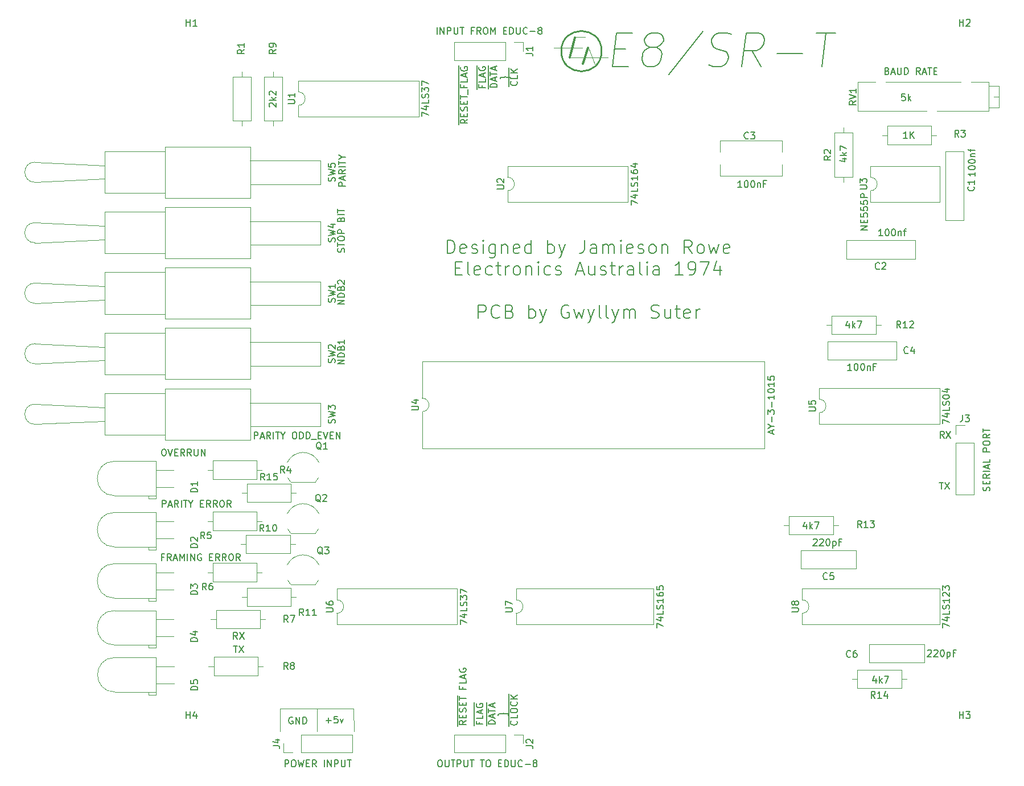
<source format=gbr>
%TF.GenerationSoftware,KiCad,Pcbnew,(6.0.4-0)*%
%TF.CreationDate,2024-04-20T10:43:37+10:00*%
%TF.ProjectId,E8Serial,45385365-7269-4616-9c2e-6b696361645f,rev?*%
%TF.SameCoordinates,Original*%
%TF.FileFunction,Legend,Top*%
%TF.FilePolarity,Positive*%
%FSLAX46Y46*%
G04 Gerber Fmt 4.6, Leading zero omitted, Abs format (unit mm)*
G04 Created by KiCad (PCBNEW (6.0.4-0)) date 2024-04-20 10:43:37*
%MOMM*%
%LPD*%
G01*
G04 APERTURE LIST*
%ADD10C,0.120000*%
%ADD11C,0.150000*%
%ADD12C,0.300000*%
%ADD13C,0.240000*%
G04 APERTURE END LIST*
D10*
X68500000Y-149800000D02*
X69100000Y-149800000D01*
X58200000Y-149800000D02*
X68500000Y-149800000D01*
X63700000Y-153200000D02*
X63700000Y-149800000D01*
X58200000Y-153200000D02*
X58200000Y-149800000D01*
X69100000Y-149800000D02*
X69200000Y-153200000D01*
D11*
X92170000Y-152428571D02*
X92170000Y-151428571D01*
X93357142Y-151619047D02*
X93404761Y-151666666D01*
X93452380Y-151809523D01*
X93452380Y-151904761D01*
X93404761Y-152047619D01*
X93309523Y-152142857D01*
X93214285Y-152190476D01*
X93023809Y-152238095D01*
X92880952Y-152238095D01*
X92690476Y-152190476D01*
X92595238Y-152142857D01*
X92500000Y-152047619D01*
X92452380Y-151904761D01*
X92452380Y-151809523D01*
X92500000Y-151666666D01*
X92547619Y-151619047D01*
X92170000Y-151428571D02*
X92170000Y-150619047D01*
X93452380Y-150714285D02*
X93452380Y-151190476D01*
X92452380Y-151190476D01*
X92170000Y-150619047D02*
X92170000Y-149571428D01*
X92452380Y-150190476D02*
X92452380Y-150000000D01*
X92500000Y-149904761D01*
X92595238Y-149809523D01*
X92785714Y-149761904D01*
X93119047Y-149761904D01*
X93309523Y-149809523D01*
X93404761Y-149904761D01*
X93452380Y-150000000D01*
X93452380Y-150190476D01*
X93404761Y-150285714D01*
X93309523Y-150380952D01*
X93119047Y-150428571D01*
X92785714Y-150428571D01*
X92595238Y-150380952D01*
X92500000Y-150285714D01*
X92452380Y-150190476D01*
X92170000Y-149571428D02*
X92170000Y-148571428D01*
X93357142Y-148761904D02*
X93404761Y-148809523D01*
X93452380Y-148952380D01*
X93452380Y-149047619D01*
X93404761Y-149190476D01*
X93309523Y-149285714D01*
X93214285Y-149333333D01*
X93023809Y-149380952D01*
X92880952Y-149380952D01*
X92690476Y-149333333D01*
X92595238Y-149285714D01*
X92500000Y-149190476D01*
X92452380Y-149047619D01*
X92452380Y-148952380D01*
X92500000Y-148809523D01*
X92547619Y-148761904D01*
X92170000Y-148571428D02*
X92170000Y-147571428D01*
X93452380Y-148333333D02*
X92452380Y-148333333D01*
X93452380Y-147761904D02*
X92880952Y-148190476D01*
X92452380Y-147761904D02*
X93023809Y-148333333D01*
X87435000Y-57641904D02*
X87435000Y-56784761D01*
X88193571Y-57070476D02*
X88193571Y-57403809D01*
X88717380Y-57403809D02*
X87717380Y-57403809D01*
X87717380Y-56927619D01*
X87435000Y-56784761D02*
X87435000Y-55975238D01*
X88717380Y-56070476D02*
X88717380Y-56546666D01*
X87717380Y-56546666D01*
X87435000Y-55975238D02*
X87435000Y-55118095D01*
X88431666Y-55784761D02*
X88431666Y-55308571D01*
X88717380Y-55880000D02*
X87717380Y-55546666D01*
X88717380Y-55213333D01*
X87435000Y-55118095D02*
X87435000Y-54118095D01*
X87765000Y-54356190D02*
X87717380Y-54451428D01*
X87717380Y-54594285D01*
X87765000Y-54737142D01*
X87860238Y-54832380D01*
X87955476Y-54880000D01*
X88145952Y-54927619D01*
X88288809Y-54927619D01*
X88479285Y-54880000D01*
X88574523Y-54832380D01*
X88669761Y-54737142D01*
X88717380Y-54594285D01*
X88717380Y-54499047D01*
X88669761Y-54356190D01*
X88622142Y-54308571D01*
X88288809Y-54308571D01*
X88288809Y-54499047D01*
X58892857Y-158452380D02*
X58892857Y-157452380D01*
X59273809Y-157452380D01*
X59369047Y-157500000D01*
X59416666Y-157547619D01*
X59464285Y-157642857D01*
X59464285Y-157785714D01*
X59416666Y-157880952D01*
X59369047Y-157928571D01*
X59273809Y-157976190D01*
X58892857Y-157976190D01*
X60083333Y-157452380D02*
X60273809Y-157452380D01*
X60369047Y-157500000D01*
X60464285Y-157595238D01*
X60511904Y-157785714D01*
X60511904Y-158119047D01*
X60464285Y-158309523D01*
X60369047Y-158404761D01*
X60273809Y-158452380D01*
X60083333Y-158452380D01*
X59988095Y-158404761D01*
X59892857Y-158309523D01*
X59845238Y-158119047D01*
X59845238Y-157785714D01*
X59892857Y-157595238D01*
X59988095Y-157500000D01*
X60083333Y-157452380D01*
X60845238Y-157452380D02*
X61083333Y-158452380D01*
X61273809Y-157738095D01*
X61464285Y-158452380D01*
X61702380Y-157452380D01*
X62083333Y-157928571D02*
X62416666Y-157928571D01*
X62559523Y-158452380D02*
X62083333Y-158452380D01*
X62083333Y-157452380D01*
X62559523Y-157452380D01*
X63559523Y-158452380D02*
X63226190Y-157976190D01*
X62988095Y-158452380D02*
X62988095Y-157452380D01*
X63369047Y-157452380D01*
X63464285Y-157500000D01*
X63511904Y-157547619D01*
X63559523Y-157642857D01*
X63559523Y-157785714D01*
X63511904Y-157880952D01*
X63464285Y-157928571D01*
X63369047Y-157976190D01*
X62988095Y-157976190D01*
X64750000Y-158452380D02*
X64750000Y-157452380D01*
X65226190Y-158452380D02*
X65226190Y-157452380D01*
X65797619Y-158452380D01*
X65797619Y-157452380D01*
X66273809Y-158452380D02*
X66273809Y-157452380D01*
X66654761Y-157452380D01*
X66750000Y-157500000D01*
X66797619Y-157547619D01*
X66845238Y-157642857D01*
X66845238Y-157785714D01*
X66797619Y-157880952D01*
X66750000Y-157928571D01*
X66654761Y-157976190D01*
X66273809Y-157976190D01*
X67273809Y-157452380D02*
X67273809Y-158261904D01*
X67321428Y-158357142D01*
X67369047Y-158404761D01*
X67464285Y-158452380D01*
X67654761Y-158452380D01*
X67750000Y-158404761D01*
X67797619Y-158357142D01*
X67845238Y-158261904D01*
X67845238Y-157452380D01*
X68178571Y-157452380D02*
X68750000Y-157452380D01*
X68464285Y-158452380D02*
X68464285Y-157452380D01*
X148476190Y-54928571D02*
X148619047Y-54976190D01*
X148666666Y-55023809D01*
X148714285Y-55119047D01*
X148714285Y-55261904D01*
X148666666Y-55357142D01*
X148619047Y-55404761D01*
X148523809Y-55452380D01*
X148142857Y-55452380D01*
X148142857Y-54452380D01*
X148476190Y-54452380D01*
X148571428Y-54500000D01*
X148619047Y-54547619D01*
X148666666Y-54642857D01*
X148666666Y-54738095D01*
X148619047Y-54833333D01*
X148571428Y-54880952D01*
X148476190Y-54928571D01*
X148142857Y-54928571D01*
X149095238Y-55166666D02*
X149571428Y-55166666D01*
X149000000Y-55452380D02*
X149333333Y-54452380D01*
X149666666Y-55452380D01*
X150000000Y-54452380D02*
X150000000Y-55261904D01*
X150047619Y-55357142D01*
X150095238Y-55404761D01*
X150190476Y-55452380D01*
X150380952Y-55452380D01*
X150476190Y-55404761D01*
X150523809Y-55357142D01*
X150571428Y-55261904D01*
X150571428Y-54452380D01*
X151047619Y-55452380D02*
X151047619Y-54452380D01*
X151285714Y-54452380D01*
X151428571Y-54500000D01*
X151523809Y-54595238D01*
X151571428Y-54690476D01*
X151619047Y-54880952D01*
X151619047Y-55023809D01*
X151571428Y-55214285D01*
X151523809Y-55309523D01*
X151428571Y-55404761D01*
X151285714Y-55452380D01*
X151047619Y-55452380D01*
X153380952Y-55452380D02*
X153047619Y-54976190D01*
X152809523Y-55452380D02*
X152809523Y-54452380D01*
X153190476Y-54452380D01*
X153285714Y-54500000D01*
X153333333Y-54547619D01*
X153380952Y-54642857D01*
X153380952Y-54785714D01*
X153333333Y-54880952D01*
X153285714Y-54928571D01*
X153190476Y-54976190D01*
X152809523Y-54976190D01*
X153761904Y-55166666D02*
X154238095Y-55166666D01*
X153666666Y-55452380D02*
X154000000Y-54452380D01*
X154333333Y-55452380D01*
X154523809Y-54452380D02*
X155095238Y-54452380D01*
X154809523Y-55452380D02*
X154809523Y-54452380D01*
X155428571Y-54928571D02*
X155761904Y-54928571D01*
X155904761Y-55452380D02*
X155428571Y-55452380D01*
X155428571Y-54452380D01*
X155904761Y-54452380D01*
X87070000Y-152361904D02*
X87070000Y-151504761D01*
X87828571Y-151790476D02*
X87828571Y-152123809D01*
X88352380Y-152123809D02*
X87352380Y-152123809D01*
X87352380Y-151647619D01*
X87070000Y-151504761D02*
X87070000Y-150695238D01*
X88352380Y-150790476D02*
X88352380Y-151266666D01*
X87352380Y-151266666D01*
X87070000Y-150695238D02*
X87070000Y-149838095D01*
X88066666Y-150504761D02*
X88066666Y-150028571D01*
X88352380Y-150600000D02*
X87352380Y-150266666D01*
X88352380Y-149933333D01*
X87070000Y-149838095D02*
X87070000Y-148838095D01*
X87400000Y-149076190D02*
X87352380Y-149171428D01*
X87352380Y-149314285D01*
X87400000Y-149457142D01*
X87495238Y-149552380D01*
X87590476Y-149600000D01*
X87780952Y-149647619D01*
X87923809Y-149647619D01*
X88114285Y-149600000D01*
X88209523Y-149552380D01*
X88304761Y-149457142D01*
X88352380Y-149314285D01*
X88352380Y-149219047D01*
X88304761Y-149076190D01*
X88257142Y-149028571D01*
X87923809Y-149028571D01*
X87923809Y-149219047D01*
X65011904Y-151571428D02*
X65773809Y-151571428D01*
X65392857Y-151952380D02*
X65392857Y-151190476D01*
X66726190Y-150952380D02*
X66250000Y-150952380D01*
X66202380Y-151428571D01*
X66250000Y-151380952D01*
X66345238Y-151333333D01*
X66583333Y-151333333D01*
X66678571Y-151380952D01*
X66726190Y-151428571D01*
X66773809Y-151523809D01*
X66773809Y-151761904D01*
X66726190Y-151857142D01*
X66678571Y-151904761D01*
X66583333Y-151952380D01*
X66345238Y-151952380D01*
X66250000Y-151904761D01*
X66202380Y-151857142D01*
X67107142Y-151285714D02*
X67345238Y-151952380D01*
X67583333Y-151285714D01*
X156933333Y-109552380D02*
X156600000Y-109076190D01*
X156361904Y-109552380D02*
X156361904Y-108552380D01*
X156742857Y-108552380D01*
X156838095Y-108600000D01*
X156885714Y-108647619D01*
X156933333Y-108742857D01*
X156933333Y-108885714D01*
X156885714Y-108980952D01*
X156838095Y-109028571D01*
X156742857Y-109076190D01*
X156361904Y-109076190D01*
X157266666Y-108552380D02*
X157933333Y-109552380D01*
X157933333Y-108552380D02*
X157266666Y-109552380D01*
X84768000Y-62951761D02*
X84768000Y-61951761D01*
X86050380Y-62142238D02*
X85574190Y-62475571D01*
X86050380Y-62713666D02*
X85050380Y-62713666D01*
X85050380Y-62332714D01*
X85098000Y-62237476D01*
X85145619Y-62189857D01*
X85240857Y-62142238D01*
X85383714Y-62142238D01*
X85478952Y-62189857D01*
X85526571Y-62237476D01*
X85574190Y-62332714D01*
X85574190Y-62713666D01*
X84768000Y-61951761D02*
X84768000Y-61047000D01*
X85526571Y-61713666D02*
X85526571Y-61380333D01*
X86050380Y-61237476D02*
X86050380Y-61713666D01*
X85050380Y-61713666D01*
X85050380Y-61237476D01*
X84768000Y-61047000D02*
X84768000Y-60094619D01*
X86002761Y-60856523D02*
X86050380Y-60713666D01*
X86050380Y-60475571D01*
X86002761Y-60380333D01*
X85955142Y-60332714D01*
X85859904Y-60285095D01*
X85764666Y-60285095D01*
X85669428Y-60332714D01*
X85621809Y-60380333D01*
X85574190Y-60475571D01*
X85526571Y-60666047D01*
X85478952Y-60761285D01*
X85431333Y-60808904D01*
X85336095Y-60856523D01*
X85240857Y-60856523D01*
X85145619Y-60808904D01*
X85098000Y-60761285D01*
X85050380Y-60666047D01*
X85050380Y-60427952D01*
X85098000Y-60285095D01*
X84768000Y-60094619D02*
X84768000Y-59189857D01*
X85526571Y-59856523D02*
X85526571Y-59523190D01*
X86050380Y-59380333D02*
X86050380Y-59856523D01*
X85050380Y-59856523D01*
X85050380Y-59380333D01*
X84768000Y-59189857D02*
X84768000Y-58427952D01*
X85050380Y-59094619D02*
X85050380Y-58523190D01*
X86050380Y-58808904D02*
X85050380Y-58808904D01*
X84768000Y-58427952D02*
X84768000Y-57666047D01*
X86145619Y-58427952D02*
X86145619Y-57666047D01*
X84768000Y-57666047D02*
X84768000Y-56808904D01*
X85526571Y-57094619D02*
X85526571Y-57427952D01*
X86050380Y-57427952D02*
X85050380Y-57427952D01*
X85050380Y-56951761D01*
X84768000Y-56808904D02*
X84768000Y-55999380D01*
X86050380Y-56094619D02*
X86050380Y-56570809D01*
X85050380Y-56570809D01*
X84768000Y-55999380D02*
X84768000Y-55142238D01*
X85764666Y-55808904D02*
X85764666Y-55332714D01*
X86050380Y-55904142D02*
X85050380Y-55570809D01*
X86050380Y-55237476D01*
X84768000Y-55142238D02*
X84768000Y-54142238D01*
X85098000Y-54380333D02*
X85050380Y-54475571D01*
X85050380Y-54618428D01*
X85098000Y-54761285D01*
X85193238Y-54856523D01*
X85288476Y-54904142D01*
X85478952Y-54951761D01*
X85621809Y-54951761D01*
X85812285Y-54904142D01*
X85907523Y-54856523D01*
X86002761Y-54761285D01*
X86050380Y-54618428D01*
X86050380Y-54523190D01*
X86002761Y-54380333D01*
X85955142Y-54332714D01*
X85621809Y-54332714D01*
X85621809Y-54523190D01*
X81514285Y-49452380D02*
X81514285Y-48452380D01*
X81990476Y-49452380D02*
X81990476Y-48452380D01*
X82561904Y-49452380D01*
X82561904Y-48452380D01*
X83038095Y-49452380D02*
X83038095Y-48452380D01*
X83419047Y-48452380D01*
X83514285Y-48500000D01*
X83561904Y-48547619D01*
X83609523Y-48642857D01*
X83609523Y-48785714D01*
X83561904Y-48880952D01*
X83514285Y-48928571D01*
X83419047Y-48976190D01*
X83038095Y-48976190D01*
X84038095Y-48452380D02*
X84038095Y-49261904D01*
X84085714Y-49357142D01*
X84133333Y-49404761D01*
X84228571Y-49452380D01*
X84419047Y-49452380D01*
X84514285Y-49404761D01*
X84561904Y-49357142D01*
X84609523Y-49261904D01*
X84609523Y-48452380D01*
X84942857Y-48452380D02*
X85514285Y-48452380D01*
X85228571Y-49452380D02*
X85228571Y-48452380D01*
X86942857Y-48928571D02*
X86609523Y-48928571D01*
X86609523Y-49452380D02*
X86609523Y-48452380D01*
X87085714Y-48452380D01*
X88038095Y-49452380D02*
X87704761Y-48976190D01*
X87466666Y-49452380D02*
X87466666Y-48452380D01*
X87847619Y-48452380D01*
X87942857Y-48500000D01*
X87990476Y-48547619D01*
X88038095Y-48642857D01*
X88038095Y-48785714D01*
X87990476Y-48880952D01*
X87942857Y-48928571D01*
X87847619Y-48976190D01*
X87466666Y-48976190D01*
X88657142Y-48452380D02*
X88847619Y-48452380D01*
X88942857Y-48500000D01*
X89038095Y-48595238D01*
X89085714Y-48785714D01*
X89085714Y-49119047D01*
X89038095Y-49309523D01*
X88942857Y-49404761D01*
X88847619Y-49452380D01*
X88657142Y-49452380D01*
X88561904Y-49404761D01*
X88466666Y-49309523D01*
X88419047Y-49119047D01*
X88419047Y-48785714D01*
X88466666Y-48595238D01*
X88561904Y-48500000D01*
X88657142Y-48452380D01*
X89514285Y-49452380D02*
X89514285Y-48452380D01*
X89847619Y-49166666D01*
X90180952Y-48452380D01*
X90180952Y-49452380D01*
X91419047Y-48928571D02*
X91752380Y-48928571D01*
X91895238Y-49452380D02*
X91419047Y-49452380D01*
X91419047Y-48452380D01*
X91895238Y-48452380D01*
X92323809Y-49452380D02*
X92323809Y-48452380D01*
X92561904Y-48452380D01*
X92704761Y-48500000D01*
X92800000Y-48595238D01*
X92847619Y-48690476D01*
X92895238Y-48880952D01*
X92895238Y-49023809D01*
X92847619Y-49214285D01*
X92800000Y-49309523D01*
X92704761Y-49404761D01*
X92561904Y-49452380D01*
X92323809Y-49452380D01*
X93323809Y-48452380D02*
X93323809Y-49261904D01*
X93371428Y-49357142D01*
X93419047Y-49404761D01*
X93514285Y-49452380D01*
X93704761Y-49452380D01*
X93800000Y-49404761D01*
X93847619Y-49357142D01*
X93895238Y-49261904D01*
X93895238Y-48452380D01*
X94942857Y-49357142D02*
X94895238Y-49404761D01*
X94752380Y-49452380D01*
X94657142Y-49452380D01*
X94514285Y-49404761D01*
X94419047Y-49309523D01*
X94371428Y-49214285D01*
X94323809Y-49023809D01*
X94323809Y-48880952D01*
X94371428Y-48690476D01*
X94419047Y-48595238D01*
X94514285Y-48500000D01*
X94657142Y-48452380D01*
X94752380Y-48452380D01*
X94895238Y-48500000D01*
X94942857Y-48547619D01*
X95371428Y-49071428D02*
X96133333Y-49071428D01*
X96752380Y-48880952D02*
X96657142Y-48833333D01*
X96609523Y-48785714D01*
X96561904Y-48690476D01*
X96561904Y-48642857D01*
X96609523Y-48547619D01*
X96657142Y-48500000D01*
X96752380Y-48452380D01*
X96942857Y-48452380D01*
X97038095Y-48500000D01*
X97085714Y-48547619D01*
X97133333Y-48642857D01*
X97133333Y-48690476D01*
X97085714Y-48785714D01*
X97038095Y-48833333D01*
X96942857Y-48880952D01*
X96752380Y-48880952D01*
X96657142Y-48928571D01*
X96609523Y-48976190D01*
X96561904Y-49071428D01*
X96561904Y-49261904D01*
X96609523Y-49357142D01*
X96657142Y-49404761D01*
X96752380Y-49452380D01*
X96942857Y-49452380D01*
X97038095Y-49404761D01*
X97085714Y-49357142D01*
X97133333Y-49261904D01*
X97133333Y-49071428D01*
X97085714Y-48976190D01*
X97038095Y-48928571D01*
X96942857Y-48880952D01*
X89170000Y-57618095D02*
X89170000Y-56618095D01*
X90452380Y-57380000D02*
X89452380Y-57380000D01*
X89452380Y-57141904D01*
X89500000Y-56999047D01*
X89595238Y-56903809D01*
X89690476Y-56856190D01*
X89880952Y-56808571D01*
X90023809Y-56808571D01*
X90214285Y-56856190D01*
X90309523Y-56903809D01*
X90404761Y-56999047D01*
X90452380Y-57141904D01*
X90452380Y-57380000D01*
X89170000Y-56618095D02*
X89170000Y-55760952D01*
X90166666Y-56427619D02*
X90166666Y-55951428D01*
X90452380Y-56522857D02*
X89452380Y-56189523D01*
X90452380Y-55856190D01*
X89170000Y-55760952D02*
X89170000Y-54999047D01*
X89452380Y-55665714D02*
X89452380Y-55094285D01*
X90452380Y-55380000D02*
X89452380Y-55380000D01*
X89170000Y-54999047D02*
X89170000Y-54141904D01*
X90166666Y-54808571D02*
X90166666Y-54332380D01*
X90452380Y-54903809D02*
X89452380Y-54570476D01*
X90452380Y-54237142D01*
X92443333Y-56070476D02*
X92443333Y-56022857D01*
X92395714Y-55927619D01*
X92300476Y-55880000D01*
X91824285Y-55880000D01*
X91729047Y-55832380D01*
X91681428Y-55737142D01*
X91633809Y-55832380D01*
X91538571Y-55880000D01*
X91062380Y-55880000D01*
X90967142Y-55927619D01*
X90919523Y-56022857D01*
X90919523Y-56070476D01*
X60038095Y-151100000D02*
X59942857Y-151052380D01*
X59800000Y-151052380D01*
X59657142Y-151100000D01*
X59561904Y-151195238D01*
X59514285Y-151290476D01*
X59466666Y-151480952D01*
X59466666Y-151623809D01*
X59514285Y-151814285D01*
X59561904Y-151909523D01*
X59657142Y-152004761D01*
X59800000Y-152052380D01*
X59895238Y-152052380D01*
X60038095Y-152004761D01*
X60085714Y-151957142D01*
X60085714Y-151623809D01*
X59895238Y-151623809D01*
X60514285Y-152052380D02*
X60514285Y-151052380D01*
X61085714Y-152052380D01*
X61085714Y-151052380D01*
X61561904Y-152052380D02*
X61561904Y-151052380D01*
X61800000Y-151052380D01*
X61942857Y-151100000D01*
X62038095Y-151195238D01*
X62085714Y-151290476D01*
X62133333Y-151480952D01*
X62133333Y-151623809D01*
X62085714Y-151814285D01*
X62038095Y-151909523D01*
X61942857Y-152004761D01*
X61800000Y-152052380D01*
X61561904Y-152052380D01*
X81857142Y-157452380D02*
X82047619Y-157452380D01*
X82142857Y-157500000D01*
X82238095Y-157595238D01*
X82285714Y-157785714D01*
X82285714Y-158119047D01*
X82238095Y-158309523D01*
X82142857Y-158404761D01*
X82047619Y-158452380D01*
X81857142Y-158452380D01*
X81761904Y-158404761D01*
X81666666Y-158309523D01*
X81619047Y-158119047D01*
X81619047Y-157785714D01*
X81666666Y-157595238D01*
X81761904Y-157500000D01*
X81857142Y-157452380D01*
X82714285Y-157452380D02*
X82714285Y-158261904D01*
X82761904Y-158357142D01*
X82809523Y-158404761D01*
X82904761Y-158452380D01*
X83095238Y-158452380D01*
X83190476Y-158404761D01*
X83238095Y-158357142D01*
X83285714Y-158261904D01*
X83285714Y-157452380D01*
X83619047Y-157452380D02*
X84190476Y-157452380D01*
X83904761Y-158452380D02*
X83904761Y-157452380D01*
X84523809Y-158452380D02*
X84523809Y-157452380D01*
X84904761Y-157452380D01*
X85000000Y-157500000D01*
X85047619Y-157547619D01*
X85095238Y-157642857D01*
X85095238Y-157785714D01*
X85047619Y-157880952D01*
X85000000Y-157928571D01*
X84904761Y-157976190D01*
X84523809Y-157976190D01*
X85523809Y-157452380D02*
X85523809Y-158261904D01*
X85571428Y-158357142D01*
X85619047Y-158404761D01*
X85714285Y-158452380D01*
X85904761Y-158452380D01*
X86000000Y-158404761D01*
X86047619Y-158357142D01*
X86095238Y-158261904D01*
X86095238Y-157452380D01*
X86428571Y-157452380D02*
X87000000Y-157452380D01*
X86714285Y-158452380D02*
X86714285Y-157452380D01*
X87952380Y-157452380D02*
X88523809Y-157452380D01*
X88238095Y-158452380D02*
X88238095Y-157452380D01*
X89047619Y-157452380D02*
X89238095Y-157452380D01*
X89333333Y-157500000D01*
X89428571Y-157595238D01*
X89476190Y-157785714D01*
X89476190Y-158119047D01*
X89428571Y-158309523D01*
X89333333Y-158404761D01*
X89238095Y-158452380D01*
X89047619Y-158452380D01*
X88952380Y-158404761D01*
X88857142Y-158309523D01*
X88809523Y-158119047D01*
X88809523Y-157785714D01*
X88857142Y-157595238D01*
X88952380Y-157500000D01*
X89047619Y-157452380D01*
X90666666Y-157928571D02*
X91000000Y-157928571D01*
X91142857Y-158452380D02*
X90666666Y-158452380D01*
X90666666Y-157452380D01*
X91142857Y-157452380D01*
X91571428Y-158452380D02*
X91571428Y-157452380D01*
X91809523Y-157452380D01*
X91952380Y-157500000D01*
X92047619Y-157595238D01*
X92095238Y-157690476D01*
X92142857Y-157880952D01*
X92142857Y-158023809D01*
X92095238Y-158214285D01*
X92047619Y-158309523D01*
X91952380Y-158404761D01*
X91809523Y-158452380D01*
X91571428Y-158452380D01*
X92571428Y-157452380D02*
X92571428Y-158261904D01*
X92619047Y-158357142D01*
X92666666Y-158404761D01*
X92761904Y-158452380D01*
X92952380Y-158452380D01*
X93047619Y-158404761D01*
X93095238Y-158357142D01*
X93142857Y-158261904D01*
X93142857Y-157452380D01*
X94190476Y-158357142D02*
X94142857Y-158404761D01*
X94000000Y-158452380D01*
X93904761Y-158452380D01*
X93761904Y-158404761D01*
X93666666Y-158309523D01*
X93619047Y-158214285D01*
X93571428Y-158023809D01*
X93571428Y-157880952D01*
X93619047Y-157690476D01*
X93666666Y-157595238D01*
X93761904Y-157500000D01*
X93904761Y-157452380D01*
X94000000Y-157452380D01*
X94142857Y-157500000D01*
X94190476Y-157547619D01*
X94619047Y-158071428D02*
X95380952Y-158071428D01*
X96000000Y-157880952D02*
X95904761Y-157833333D01*
X95857142Y-157785714D01*
X95809523Y-157690476D01*
X95809523Y-157642857D01*
X95857142Y-157547619D01*
X95904761Y-157500000D01*
X96000000Y-157452380D01*
X96190476Y-157452380D01*
X96285714Y-157500000D01*
X96333333Y-157547619D01*
X96380952Y-157642857D01*
X96380952Y-157690476D01*
X96333333Y-157785714D01*
X96285714Y-157833333D01*
X96190476Y-157880952D01*
X96000000Y-157880952D01*
X95904761Y-157928571D01*
X95857142Y-157976190D01*
X95809523Y-158071428D01*
X95809523Y-158261904D01*
X95857142Y-158357142D01*
X95904761Y-158404761D01*
X96000000Y-158452380D01*
X96190476Y-158452380D01*
X96285714Y-158404761D01*
X96333333Y-158357142D01*
X96380952Y-158261904D01*
X96380952Y-158071428D01*
X96333333Y-157976190D01*
X96285714Y-157928571D01*
X96190476Y-157880952D01*
X92170000Y-57284761D02*
X92170000Y-56284761D01*
X93357142Y-56475238D02*
X93404761Y-56522857D01*
X93452380Y-56665714D01*
X93452380Y-56760952D01*
X93404761Y-56903809D01*
X93309523Y-56999047D01*
X93214285Y-57046666D01*
X93023809Y-57094285D01*
X92880952Y-57094285D01*
X92690476Y-57046666D01*
X92595238Y-56999047D01*
X92500000Y-56903809D01*
X92452380Y-56760952D01*
X92452380Y-56665714D01*
X92500000Y-56522857D01*
X92547619Y-56475238D01*
X92170000Y-56284761D02*
X92170000Y-55475238D01*
X93452380Y-55570476D02*
X93452380Y-56046666D01*
X92452380Y-56046666D01*
X92170000Y-55475238D02*
X92170000Y-54475238D01*
X93452380Y-55237142D02*
X92452380Y-55237142D01*
X93452380Y-54665714D02*
X92880952Y-55094285D01*
X92452380Y-54665714D02*
X93023809Y-55237142D01*
X163704761Y-117395238D02*
X163752380Y-117252380D01*
X163752380Y-117014285D01*
X163704761Y-116919047D01*
X163657142Y-116871428D01*
X163561904Y-116823809D01*
X163466666Y-116823809D01*
X163371428Y-116871428D01*
X163323809Y-116919047D01*
X163276190Y-117014285D01*
X163228571Y-117204761D01*
X163180952Y-117300000D01*
X163133333Y-117347619D01*
X163038095Y-117395238D01*
X162942857Y-117395238D01*
X162847619Y-117347619D01*
X162800000Y-117300000D01*
X162752380Y-117204761D01*
X162752380Y-116966666D01*
X162800000Y-116823809D01*
X163228571Y-116395238D02*
X163228571Y-116061904D01*
X163752380Y-115919047D02*
X163752380Y-116395238D01*
X162752380Y-116395238D01*
X162752380Y-115919047D01*
X163752380Y-114919047D02*
X163276190Y-115252380D01*
X163752380Y-115490476D02*
X162752380Y-115490476D01*
X162752380Y-115109523D01*
X162800000Y-115014285D01*
X162847619Y-114966666D01*
X162942857Y-114919047D01*
X163085714Y-114919047D01*
X163180952Y-114966666D01*
X163228571Y-115014285D01*
X163276190Y-115109523D01*
X163276190Y-115490476D01*
X163752380Y-114490476D02*
X162752380Y-114490476D01*
X163466666Y-114061904D02*
X163466666Y-113585714D01*
X163752380Y-114157142D02*
X162752380Y-113823809D01*
X163752380Y-113490476D01*
X163752380Y-112680952D02*
X163752380Y-113157142D01*
X162752380Y-113157142D01*
X163752380Y-111585714D02*
X162752380Y-111585714D01*
X162752380Y-111204761D01*
X162800000Y-111109523D01*
X162847619Y-111061904D01*
X162942857Y-111014285D01*
X163085714Y-111014285D01*
X163180952Y-111061904D01*
X163228571Y-111109523D01*
X163276190Y-111204761D01*
X163276190Y-111585714D01*
X162752380Y-110395238D02*
X162752380Y-110204761D01*
X162800000Y-110109523D01*
X162895238Y-110014285D01*
X163085714Y-109966666D01*
X163419047Y-109966666D01*
X163609523Y-110014285D01*
X163704761Y-110109523D01*
X163752380Y-110204761D01*
X163752380Y-110395238D01*
X163704761Y-110490476D01*
X163609523Y-110585714D01*
X163419047Y-110633333D01*
X163085714Y-110633333D01*
X162895238Y-110585714D01*
X162800000Y-110490476D01*
X162752380Y-110395238D01*
X163752380Y-108966666D02*
X163276190Y-109300000D01*
X163752380Y-109538095D02*
X162752380Y-109538095D01*
X162752380Y-109157142D01*
X162800000Y-109061904D01*
X162847619Y-109014285D01*
X162942857Y-108966666D01*
X163085714Y-108966666D01*
X163180952Y-109014285D01*
X163228571Y-109061904D01*
X163276190Y-109157142D01*
X163276190Y-109538095D01*
X162752380Y-108680952D02*
X162752380Y-108109523D01*
X163752380Y-108395238D02*
X162752380Y-108395238D01*
X107901636Y-51642857D02*
X109568303Y-51642857D01*
X109955208Y-54261904D02*
X107574255Y-54261904D01*
X108199255Y-49261904D01*
X110580208Y-49261904D01*
X113169494Y-51404761D02*
X112723065Y-51166666D01*
X112514732Y-50928571D01*
X112336160Y-50452380D01*
X112365922Y-50214285D01*
X112663541Y-49738095D01*
X112931398Y-49500000D01*
X113437351Y-49261904D01*
X114389732Y-49261904D01*
X114836160Y-49500000D01*
X115044494Y-49738095D01*
X115223065Y-50214285D01*
X115193303Y-50452380D01*
X114895684Y-50928571D01*
X114627827Y-51166666D01*
X114121875Y-51404761D01*
X113169494Y-51404761D01*
X112663541Y-51642857D01*
X112395684Y-51880952D01*
X112098065Y-52357142D01*
X111979017Y-53309523D01*
X112157589Y-53785714D01*
X112365922Y-54023809D01*
X112812351Y-54261904D01*
X113764732Y-54261904D01*
X114270684Y-54023809D01*
X114538541Y-53785714D01*
X114836160Y-53309523D01*
X114955208Y-52357142D01*
X114776636Y-51880952D01*
X114568303Y-51642857D01*
X114121875Y-51404761D01*
X121086160Y-49023809D02*
X115996875Y-55452380D01*
X121889732Y-54023809D02*
X122574255Y-54261904D01*
X123764732Y-54261904D01*
X124270684Y-54023809D01*
X124538541Y-53785714D01*
X124836160Y-53309523D01*
X124895684Y-52833333D01*
X124717113Y-52357142D01*
X124508779Y-52119047D01*
X124062351Y-51880952D01*
X123139732Y-51642857D01*
X122693303Y-51404761D01*
X122484970Y-51166666D01*
X122306398Y-50690476D01*
X122365922Y-50214285D01*
X122663541Y-49738095D01*
X122931398Y-49500000D01*
X123437351Y-49261904D01*
X124627827Y-49261904D01*
X125312351Y-49500000D01*
X129717113Y-54261904D02*
X128348065Y-51880952D01*
X126859970Y-54261904D02*
X127484970Y-49261904D01*
X129389732Y-49261904D01*
X129836160Y-49500000D01*
X130044494Y-49738095D01*
X130223065Y-50214285D01*
X130133779Y-50928571D01*
X129836160Y-51404761D01*
X129568303Y-51642857D01*
X129062351Y-51880952D01*
X127157589Y-51880952D01*
X132098065Y-52357142D02*
X135907589Y-52357142D01*
X137961160Y-49261904D02*
X140818303Y-49261904D01*
X138764732Y-54261904D02*
X139389732Y-49261904D01*
X88865000Y-152338095D02*
X88865000Y-151338095D01*
X90147380Y-152100000D02*
X89147380Y-152100000D01*
X89147380Y-151861904D01*
X89195000Y-151719047D01*
X89290238Y-151623809D01*
X89385476Y-151576190D01*
X89575952Y-151528571D01*
X89718809Y-151528571D01*
X89909285Y-151576190D01*
X90004523Y-151623809D01*
X90099761Y-151719047D01*
X90147380Y-151861904D01*
X90147380Y-152100000D01*
X88865000Y-151338095D02*
X88865000Y-150480952D01*
X89861666Y-151147619D02*
X89861666Y-150671428D01*
X90147380Y-151242857D02*
X89147380Y-150909523D01*
X90147380Y-150576190D01*
X88865000Y-150480952D02*
X88865000Y-149719047D01*
X89147380Y-150385714D02*
X89147380Y-149814285D01*
X90147380Y-150100000D02*
X89147380Y-150100000D01*
X88865000Y-149719047D02*
X88865000Y-148861904D01*
X89861666Y-149528571D02*
X89861666Y-149052380D01*
X90147380Y-149623809D02*
X89147380Y-149290476D01*
X90147380Y-148957142D01*
X92138333Y-150790476D02*
X92138333Y-150742857D01*
X92090714Y-150647619D01*
X91995476Y-150600000D01*
X91519285Y-150600000D01*
X91424047Y-150552380D01*
X91376428Y-150457142D01*
X91328809Y-150552380D01*
X91233571Y-150600000D01*
X90757380Y-150600000D01*
X90662142Y-150647619D01*
X90614523Y-150742857D01*
X90614523Y-150790476D01*
X156238095Y-116152380D02*
X156809523Y-116152380D01*
X156523809Y-117152380D02*
X156523809Y-116152380D01*
X157047619Y-116152380D02*
X157714285Y-117152380D01*
X157714285Y-116152380D02*
X157047619Y-117152380D01*
X84570000Y-152404761D02*
X84570000Y-151404761D01*
X85852380Y-151595238D02*
X85376190Y-151928571D01*
X85852380Y-152166666D02*
X84852380Y-152166666D01*
X84852380Y-151785714D01*
X84900000Y-151690476D01*
X84947619Y-151642857D01*
X85042857Y-151595238D01*
X85185714Y-151595238D01*
X85280952Y-151642857D01*
X85328571Y-151690476D01*
X85376190Y-151785714D01*
X85376190Y-152166666D01*
X84570000Y-151404761D02*
X84570000Y-150500000D01*
X85328571Y-151166666D02*
X85328571Y-150833333D01*
X85852380Y-150690476D02*
X85852380Y-151166666D01*
X84852380Y-151166666D01*
X84852380Y-150690476D01*
X84570000Y-150500000D02*
X84570000Y-149547619D01*
X85804761Y-150309523D02*
X85852380Y-150166666D01*
X85852380Y-149928571D01*
X85804761Y-149833333D01*
X85757142Y-149785714D01*
X85661904Y-149738095D01*
X85566666Y-149738095D01*
X85471428Y-149785714D01*
X85423809Y-149833333D01*
X85376190Y-149928571D01*
X85328571Y-150119047D01*
X85280952Y-150214285D01*
X85233333Y-150261904D01*
X85138095Y-150309523D01*
X85042857Y-150309523D01*
X84947619Y-150261904D01*
X84900000Y-150214285D01*
X84852380Y-150119047D01*
X84852380Y-149880952D01*
X84900000Y-149738095D01*
X84570000Y-149547619D02*
X84570000Y-148642857D01*
X85328571Y-149309523D02*
X85328571Y-148976190D01*
X85852380Y-148833333D02*
X85852380Y-149309523D01*
X84852380Y-149309523D01*
X84852380Y-148833333D01*
X84570000Y-148642857D02*
X84570000Y-147880952D01*
X84852380Y-148547619D02*
X84852380Y-147976190D01*
X85852380Y-148261904D02*
X84852380Y-148261904D01*
X85328571Y-146547619D02*
X85328571Y-146880952D01*
X85852380Y-146880952D02*
X84852380Y-146880952D01*
X84852380Y-146404761D01*
X85852380Y-145547619D02*
X85852380Y-146023809D01*
X84852380Y-146023809D01*
X85566666Y-145261904D02*
X85566666Y-144785714D01*
X85852380Y-145357142D02*
X84852380Y-145023809D01*
X85852380Y-144690476D01*
X84900000Y-143833333D02*
X84852380Y-143928571D01*
X84852380Y-144071428D01*
X84900000Y-144214285D01*
X84995238Y-144309523D01*
X85090476Y-144357142D01*
X85280952Y-144404761D01*
X85423809Y-144404761D01*
X85614285Y-144357142D01*
X85709523Y-144309523D01*
X85804761Y-144214285D01*
X85852380Y-144071428D01*
X85852380Y-143976190D01*
X85804761Y-143833333D01*
X85757142Y-143785714D01*
X85423809Y-143785714D01*
X85423809Y-143976190D01*
X83047619Y-82074761D02*
X83047619Y-80074761D01*
X83523809Y-80074761D01*
X83809523Y-80170000D01*
X84000000Y-80360476D01*
X84095238Y-80550952D01*
X84190476Y-80931904D01*
X84190476Y-81217619D01*
X84095238Y-81598571D01*
X84000000Y-81789047D01*
X83809523Y-81979523D01*
X83523809Y-82074761D01*
X83047619Y-82074761D01*
X85809523Y-81979523D02*
X85619047Y-82074761D01*
X85238095Y-82074761D01*
X85047619Y-81979523D01*
X84952380Y-81789047D01*
X84952380Y-81027142D01*
X85047619Y-80836666D01*
X85238095Y-80741428D01*
X85619047Y-80741428D01*
X85809523Y-80836666D01*
X85904761Y-81027142D01*
X85904761Y-81217619D01*
X84952380Y-81408095D01*
X86666666Y-81979523D02*
X86857142Y-82074761D01*
X87238095Y-82074761D01*
X87428571Y-81979523D01*
X87523809Y-81789047D01*
X87523809Y-81693809D01*
X87428571Y-81503333D01*
X87238095Y-81408095D01*
X86952380Y-81408095D01*
X86761904Y-81312857D01*
X86666666Y-81122380D01*
X86666666Y-81027142D01*
X86761904Y-80836666D01*
X86952380Y-80741428D01*
X87238095Y-80741428D01*
X87428571Y-80836666D01*
X88380952Y-82074761D02*
X88380952Y-80741428D01*
X88380952Y-80074761D02*
X88285714Y-80170000D01*
X88380952Y-80265238D01*
X88476190Y-80170000D01*
X88380952Y-80074761D01*
X88380952Y-80265238D01*
X90190476Y-80741428D02*
X90190476Y-82360476D01*
X90095238Y-82550952D01*
X90000000Y-82646190D01*
X89809523Y-82741428D01*
X89523809Y-82741428D01*
X89333333Y-82646190D01*
X90190476Y-81979523D02*
X90000000Y-82074761D01*
X89619047Y-82074761D01*
X89428571Y-81979523D01*
X89333333Y-81884285D01*
X89238095Y-81693809D01*
X89238095Y-81122380D01*
X89333333Y-80931904D01*
X89428571Y-80836666D01*
X89619047Y-80741428D01*
X90000000Y-80741428D01*
X90190476Y-80836666D01*
X91142857Y-80741428D02*
X91142857Y-82074761D01*
X91142857Y-80931904D02*
X91238095Y-80836666D01*
X91428571Y-80741428D01*
X91714285Y-80741428D01*
X91904761Y-80836666D01*
X92000000Y-81027142D01*
X92000000Y-82074761D01*
X93714285Y-81979523D02*
X93523809Y-82074761D01*
X93142857Y-82074761D01*
X92952380Y-81979523D01*
X92857142Y-81789047D01*
X92857142Y-81027142D01*
X92952380Y-80836666D01*
X93142857Y-80741428D01*
X93523809Y-80741428D01*
X93714285Y-80836666D01*
X93809523Y-81027142D01*
X93809523Y-81217619D01*
X92857142Y-81408095D01*
X95523809Y-82074761D02*
X95523809Y-80074761D01*
X95523809Y-81979523D02*
X95333333Y-82074761D01*
X94952380Y-82074761D01*
X94761904Y-81979523D01*
X94666666Y-81884285D01*
X94571428Y-81693809D01*
X94571428Y-81122380D01*
X94666666Y-80931904D01*
X94761904Y-80836666D01*
X94952380Y-80741428D01*
X95333333Y-80741428D01*
X95523809Y-80836666D01*
X98000000Y-82074761D02*
X98000000Y-80074761D01*
X98000000Y-80836666D02*
X98190476Y-80741428D01*
X98571428Y-80741428D01*
X98761904Y-80836666D01*
X98857142Y-80931904D01*
X98952380Y-81122380D01*
X98952380Y-81693809D01*
X98857142Y-81884285D01*
X98761904Y-81979523D01*
X98571428Y-82074761D01*
X98190476Y-82074761D01*
X98000000Y-81979523D01*
X99619047Y-80741428D02*
X100095238Y-82074761D01*
X100571428Y-80741428D02*
X100095238Y-82074761D01*
X99904761Y-82550952D01*
X99809523Y-82646190D01*
X99619047Y-82741428D01*
X103428571Y-80074761D02*
X103428571Y-81503333D01*
X103333333Y-81789047D01*
X103142857Y-81979523D01*
X102857142Y-82074761D01*
X102666666Y-82074761D01*
X105238095Y-82074761D02*
X105238095Y-81027142D01*
X105142857Y-80836666D01*
X104952380Y-80741428D01*
X104571428Y-80741428D01*
X104380952Y-80836666D01*
X105238095Y-81979523D02*
X105047619Y-82074761D01*
X104571428Y-82074761D01*
X104380952Y-81979523D01*
X104285714Y-81789047D01*
X104285714Y-81598571D01*
X104380952Y-81408095D01*
X104571428Y-81312857D01*
X105047619Y-81312857D01*
X105238095Y-81217619D01*
X106190476Y-82074761D02*
X106190476Y-80741428D01*
X106190476Y-80931904D02*
X106285714Y-80836666D01*
X106476190Y-80741428D01*
X106761904Y-80741428D01*
X106952380Y-80836666D01*
X107047619Y-81027142D01*
X107047619Y-82074761D01*
X107047619Y-81027142D02*
X107142857Y-80836666D01*
X107333333Y-80741428D01*
X107619047Y-80741428D01*
X107809523Y-80836666D01*
X107904761Y-81027142D01*
X107904761Y-82074761D01*
X108857142Y-82074761D02*
X108857142Y-80741428D01*
X108857142Y-80074761D02*
X108761904Y-80170000D01*
X108857142Y-80265238D01*
X108952380Y-80170000D01*
X108857142Y-80074761D01*
X108857142Y-80265238D01*
X110571428Y-81979523D02*
X110380952Y-82074761D01*
X110000000Y-82074761D01*
X109809523Y-81979523D01*
X109714285Y-81789047D01*
X109714285Y-81027142D01*
X109809523Y-80836666D01*
X110000000Y-80741428D01*
X110380952Y-80741428D01*
X110571428Y-80836666D01*
X110666666Y-81027142D01*
X110666666Y-81217619D01*
X109714285Y-81408095D01*
X111428571Y-81979523D02*
X111619047Y-82074761D01*
X112000000Y-82074761D01*
X112190476Y-81979523D01*
X112285714Y-81789047D01*
X112285714Y-81693809D01*
X112190476Y-81503333D01*
X112000000Y-81408095D01*
X111714285Y-81408095D01*
X111523809Y-81312857D01*
X111428571Y-81122380D01*
X111428571Y-81027142D01*
X111523809Y-80836666D01*
X111714285Y-80741428D01*
X112000000Y-80741428D01*
X112190476Y-80836666D01*
X113428571Y-82074761D02*
X113238095Y-81979523D01*
X113142857Y-81884285D01*
X113047619Y-81693809D01*
X113047619Y-81122380D01*
X113142857Y-80931904D01*
X113238095Y-80836666D01*
X113428571Y-80741428D01*
X113714285Y-80741428D01*
X113904761Y-80836666D01*
X114000000Y-80931904D01*
X114095238Y-81122380D01*
X114095238Y-81693809D01*
X114000000Y-81884285D01*
X113904761Y-81979523D01*
X113714285Y-82074761D01*
X113428571Y-82074761D01*
X114952380Y-80741428D02*
X114952380Y-82074761D01*
X114952380Y-80931904D02*
X115047619Y-80836666D01*
X115238095Y-80741428D01*
X115523809Y-80741428D01*
X115714285Y-80836666D01*
X115809523Y-81027142D01*
X115809523Y-82074761D01*
X119428571Y-82074761D02*
X118761904Y-81122380D01*
X118285714Y-82074761D02*
X118285714Y-80074761D01*
X119047619Y-80074761D01*
X119238095Y-80170000D01*
X119333333Y-80265238D01*
X119428571Y-80455714D01*
X119428571Y-80741428D01*
X119333333Y-80931904D01*
X119238095Y-81027142D01*
X119047619Y-81122380D01*
X118285714Y-81122380D01*
X120571428Y-82074761D02*
X120380952Y-81979523D01*
X120285714Y-81884285D01*
X120190476Y-81693809D01*
X120190476Y-81122380D01*
X120285714Y-80931904D01*
X120380952Y-80836666D01*
X120571428Y-80741428D01*
X120857142Y-80741428D01*
X121047619Y-80836666D01*
X121142857Y-80931904D01*
X121238095Y-81122380D01*
X121238095Y-81693809D01*
X121142857Y-81884285D01*
X121047619Y-81979523D01*
X120857142Y-82074761D01*
X120571428Y-82074761D01*
X121904761Y-80741428D02*
X122285714Y-82074761D01*
X122666666Y-81122380D01*
X123047619Y-82074761D01*
X123428571Y-80741428D01*
X124952380Y-81979523D02*
X124761904Y-82074761D01*
X124380952Y-82074761D01*
X124190476Y-81979523D01*
X124095238Y-81789047D01*
X124095238Y-81027142D01*
X124190476Y-80836666D01*
X124380952Y-80741428D01*
X124761904Y-80741428D01*
X124952380Y-80836666D01*
X125047619Y-81027142D01*
X125047619Y-81217619D01*
X124095238Y-81408095D01*
X84285714Y-84247142D02*
X84952380Y-84247142D01*
X85238095Y-85294761D02*
X84285714Y-85294761D01*
X84285714Y-83294761D01*
X85238095Y-83294761D01*
X86380952Y-85294761D02*
X86190476Y-85199523D01*
X86095238Y-85009047D01*
X86095238Y-83294761D01*
X87904761Y-85199523D02*
X87714285Y-85294761D01*
X87333333Y-85294761D01*
X87142857Y-85199523D01*
X87047619Y-85009047D01*
X87047619Y-84247142D01*
X87142857Y-84056666D01*
X87333333Y-83961428D01*
X87714285Y-83961428D01*
X87904761Y-84056666D01*
X88000000Y-84247142D01*
X88000000Y-84437619D01*
X87047619Y-84628095D01*
X89714285Y-85199523D02*
X89523809Y-85294761D01*
X89142857Y-85294761D01*
X88952380Y-85199523D01*
X88857142Y-85104285D01*
X88761904Y-84913809D01*
X88761904Y-84342380D01*
X88857142Y-84151904D01*
X88952380Y-84056666D01*
X89142857Y-83961428D01*
X89523809Y-83961428D01*
X89714285Y-84056666D01*
X90285714Y-83961428D02*
X91047619Y-83961428D01*
X90571428Y-83294761D02*
X90571428Y-85009047D01*
X90666666Y-85199523D01*
X90857142Y-85294761D01*
X91047619Y-85294761D01*
X91714285Y-85294761D02*
X91714285Y-83961428D01*
X91714285Y-84342380D02*
X91809523Y-84151904D01*
X91904761Y-84056666D01*
X92095238Y-83961428D01*
X92285714Y-83961428D01*
X93238095Y-85294761D02*
X93047619Y-85199523D01*
X92952380Y-85104285D01*
X92857142Y-84913809D01*
X92857142Y-84342380D01*
X92952380Y-84151904D01*
X93047619Y-84056666D01*
X93238095Y-83961428D01*
X93523809Y-83961428D01*
X93714285Y-84056666D01*
X93809523Y-84151904D01*
X93904761Y-84342380D01*
X93904761Y-84913809D01*
X93809523Y-85104285D01*
X93714285Y-85199523D01*
X93523809Y-85294761D01*
X93238095Y-85294761D01*
X94761904Y-83961428D02*
X94761904Y-85294761D01*
X94761904Y-84151904D02*
X94857142Y-84056666D01*
X95047619Y-83961428D01*
X95333333Y-83961428D01*
X95523809Y-84056666D01*
X95619047Y-84247142D01*
X95619047Y-85294761D01*
X96571428Y-85294761D02*
X96571428Y-83961428D01*
X96571428Y-83294761D02*
X96476190Y-83390000D01*
X96571428Y-83485238D01*
X96666666Y-83390000D01*
X96571428Y-83294761D01*
X96571428Y-83485238D01*
X98380952Y-85199523D02*
X98190476Y-85294761D01*
X97809523Y-85294761D01*
X97619047Y-85199523D01*
X97523809Y-85104285D01*
X97428571Y-84913809D01*
X97428571Y-84342380D01*
X97523809Y-84151904D01*
X97619047Y-84056666D01*
X97809523Y-83961428D01*
X98190476Y-83961428D01*
X98380952Y-84056666D01*
X99142857Y-85199523D02*
X99333333Y-85294761D01*
X99714285Y-85294761D01*
X99904761Y-85199523D01*
X100000000Y-85009047D01*
X100000000Y-84913809D01*
X99904761Y-84723333D01*
X99714285Y-84628095D01*
X99428571Y-84628095D01*
X99238095Y-84532857D01*
X99142857Y-84342380D01*
X99142857Y-84247142D01*
X99238095Y-84056666D01*
X99428571Y-83961428D01*
X99714285Y-83961428D01*
X99904761Y-84056666D01*
X102285714Y-84723333D02*
X103238095Y-84723333D01*
X102095238Y-85294761D02*
X102761904Y-83294761D01*
X103428571Y-85294761D01*
X104952380Y-83961428D02*
X104952380Y-85294761D01*
X104095238Y-83961428D02*
X104095238Y-85009047D01*
X104190476Y-85199523D01*
X104380952Y-85294761D01*
X104666666Y-85294761D01*
X104857142Y-85199523D01*
X104952380Y-85104285D01*
X105809523Y-85199523D02*
X106000000Y-85294761D01*
X106380952Y-85294761D01*
X106571428Y-85199523D01*
X106666666Y-85009047D01*
X106666666Y-84913809D01*
X106571428Y-84723333D01*
X106380952Y-84628095D01*
X106095238Y-84628095D01*
X105904761Y-84532857D01*
X105809523Y-84342380D01*
X105809523Y-84247142D01*
X105904761Y-84056666D01*
X106095238Y-83961428D01*
X106380952Y-83961428D01*
X106571428Y-84056666D01*
X107238095Y-83961428D02*
X108000000Y-83961428D01*
X107523809Y-83294761D02*
X107523809Y-85009047D01*
X107619047Y-85199523D01*
X107809523Y-85294761D01*
X108000000Y-85294761D01*
X108666666Y-85294761D02*
X108666666Y-83961428D01*
X108666666Y-84342380D02*
X108761904Y-84151904D01*
X108857142Y-84056666D01*
X109047619Y-83961428D01*
X109238095Y-83961428D01*
X110761904Y-85294761D02*
X110761904Y-84247142D01*
X110666666Y-84056666D01*
X110476190Y-83961428D01*
X110095238Y-83961428D01*
X109904761Y-84056666D01*
X110761904Y-85199523D02*
X110571428Y-85294761D01*
X110095238Y-85294761D01*
X109904761Y-85199523D01*
X109809523Y-85009047D01*
X109809523Y-84818571D01*
X109904761Y-84628095D01*
X110095238Y-84532857D01*
X110571428Y-84532857D01*
X110761904Y-84437619D01*
X112000000Y-85294761D02*
X111809523Y-85199523D01*
X111714285Y-85009047D01*
X111714285Y-83294761D01*
X112761904Y-85294761D02*
X112761904Y-83961428D01*
X112761904Y-83294761D02*
X112666666Y-83390000D01*
X112761904Y-83485238D01*
X112857142Y-83390000D01*
X112761904Y-83294761D01*
X112761904Y-83485238D01*
X114571428Y-85294761D02*
X114571428Y-84247142D01*
X114476190Y-84056666D01*
X114285714Y-83961428D01*
X113904761Y-83961428D01*
X113714285Y-84056666D01*
X114571428Y-85199523D02*
X114380952Y-85294761D01*
X113904761Y-85294761D01*
X113714285Y-85199523D01*
X113619047Y-85009047D01*
X113619047Y-84818571D01*
X113714285Y-84628095D01*
X113904761Y-84532857D01*
X114380952Y-84532857D01*
X114571428Y-84437619D01*
X118095238Y-85294761D02*
X116952380Y-85294761D01*
X117523809Y-85294761D02*
X117523809Y-83294761D01*
X117333333Y-83580476D01*
X117142857Y-83770952D01*
X116952380Y-83866190D01*
X119047619Y-85294761D02*
X119428571Y-85294761D01*
X119619047Y-85199523D01*
X119714285Y-85104285D01*
X119904761Y-84818571D01*
X120000000Y-84437619D01*
X120000000Y-83675714D01*
X119904761Y-83485238D01*
X119809523Y-83390000D01*
X119619047Y-83294761D01*
X119238095Y-83294761D01*
X119047619Y-83390000D01*
X118952380Y-83485238D01*
X118857142Y-83675714D01*
X118857142Y-84151904D01*
X118952380Y-84342380D01*
X119047619Y-84437619D01*
X119238095Y-84532857D01*
X119619047Y-84532857D01*
X119809523Y-84437619D01*
X119904761Y-84342380D01*
X120000000Y-84151904D01*
X120666666Y-83294761D02*
X122000000Y-83294761D01*
X121142857Y-85294761D01*
X123619047Y-83961428D02*
X123619047Y-85294761D01*
X123142857Y-83199523D02*
X122666666Y-84628095D01*
X123904761Y-84628095D01*
X87666666Y-91734761D02*
X87666666Y-89734761D01*
X88428571Y-89734761D01*
X88619047Y-89830000D01*
X88714285Y-89925238D01*
X88809523Y-90115714D01*
X88809523Y-90401428D01*
X88714285Y-90591904D01*
X88619047Y-90687142D01*
X88428571Y-90782380D01*
X87666666Y-90782380D01*
X90809523Y-91544285D02*
X90714285Y-91639523D01*
X90428571Y-91734761D01*
X90238095Y-91734761D01*
X89952380Y-91639523D01*
X89761904Y-91449047D01*
X89666666Y-91258571D01*
X89571428Y-90877619D01*
X89571428Y-90591904D01*
X89666666Y-90210952D01*
X89761904Y-90020476D01*
X89952380Y-89830000D01*
X90238095Y-89734761D01*
X90428571Y-89734761D01*
X90714285Y-89830000D01*
X90809523Y-89925238D01*
X92333333Y-90687142D02*
X92619047Y-90782380D01*
X92714285Y-90877619D01*
X92809523Y-91068095D01*
X92809523Y-91353809D01*
X92714285Y-91544285D01*
X92619047Y-91639523D01*
X92428571Y-91734761D01*
X91666666Y-91734761D01*
X91666666Y-89734761D01*
X92333333Y-89734761D01*
X92523809Y-89830000D01*
X92619047Y-89925238D01*
X92714285Y-90115714D01*
X92714285Y-90306190D01*
X92619047Y-90496666D01*
X92523809Y-90591904D01*
X92333333Y-90687142D01*
X91666666Y-90687142D01*
X95190476Y-91734761D02*
X95190476Y-89734761D01*
X95190476Y-90496666D02*
X95380952Y-90401428D01*
X95761904Y-90401428D01*
X95952380Y-90496666D01*
X96047619Y-90591904D01*
X96142857Y-90782380D01*
X96142857Y-91353809D01*
X96047619Y-91544285D01*
X95952380Y-91639523D01*
X95761904Y-91734761D01*
X95380952Y-91734761D01*
X95190476Y-91639523D01*
X96809523Y-90401428D02*
X97285714Y-91734761D01*
X97761904Y-90401428D02*
X97285714Y-91734761D01*
X97095238Y-92210952D01*
X97000000Y-92306190D01*
X96809523Y-92401428D01*
X101095238Y-89830000D02*
X100904761Y-89734761D01*
X100619047Y-89734761D01*
X100333333Y-89830000D01*
X100142857Y-90020476D01*
X100047619Y-90210952D01*
X99952380Y-90591904D01*
X99952380Y-90877619D01*
X100047619Y-91258571D01*
X100142857Y-91449047D01*
X100333333Y-91639523D01*
X100619047Y-91734761D01*
X100809523Y-91734761D01*
X101095238Y-91639523D01*
X101190476Y-91544285D01*
X101190476Y-90877619D01*
X100809523Y-90877619D01*
X101857142Y-90401428D02*
X102238095Y-91734761D01*
X102619047Y-90782380D01*
X103000000Y-91734761D01*
X103380952Y-90401428D01*
X103952380Y-90401428D02*
X104428571Y-91734761D01*
X104904761Y-90401428D02*
X104428571Y-91734761D01*
X104238095Y-92210952D01*
X104142857Y-92306190D01*
X103952380Y-92401428D01*
X105952380Y-91734761D02*
X105761904Y-91639523D01*
X105666666Y-91449047D01*
X105666666Y-89734761D01*
X107000000Y-91734761D02*
X106809523Y-91639523D01*
X106714285Y-91449047D01*
X106714285Y-89734761D01*
X107571428Y-90401428D02*
X108047619Y-91734761D01*
X108523809Y-90401428D02*
X108047619Y-91734761D01*
X107857142Y-92210952D01*
X107761904Y-92306190D01*
X107571428Y-92401428D01*
X109285714Y-91734761D02*
X109285714Y-90401428D01*
X109285714Y-90591904D02*
X109380952Y-90496666D01*
X109571428Y-90401428D01*
X109857142Y-90401428D01*
X110047619Y-90496666D01*
X110142857Y-90687142D01*
X110142857Y-91734761D01*
X110142857Y-90687142D02*
X110238095Y-90496666D01*
X110428571Y-90401428D01*
X110714285Y-90401428D01*
X110904761Y-90496666D01*
X111000000Y-90687142D01*
X111000000Y-91734761D01*
X113380952Y-91639523D02*
X113666666Y-91734761D01*
X114142857Y-91734761D01*
X114333333Y-91639523D01*
X114428571Y-91544285D01*
X114523809Y-91353809D01*
X114523809Y-91163333D01*
X114428571Y-90972857D01*
X114333333Y-90877619D01*
X114142857Y-90782380D01*
X113761904Y-90687142D01*
X113571428Y-90591904D01*
X113476190Y-90496666D01*
X113380952Y-90306190D01*
X113380952Y-90115714D01*
X113476190Y-89925238D01*
X113571428Y-89830000D01*
X113761904Y-89734761D01*
X114238095Y-89734761D01*
X114523809Y-89830000D01*
X116238095Y-90401428D02*
X116238095Y-91734761D01*
X115380952Y-90401428D02*
X115380952Y-91449047D01*
X115476190Y-91639523D01*
X115666666Y-91734761D01*
X115952380Y-91734761D01*
X116142857Y-91639523D01*
X116238095Y-91544285D01*
X116904761Y-90401428D02*
X117666666Y-90401428D01*
X117190476Y-89734761D02*
X117190476Y-91449047D01*
X117285714Y-91639523D01*
X117476190Y-91734761D01*
X117666666Y-91734761D01*
X119095238Y-91639523D02*
X118904761Y-91734761D01*
X118523809Y-91734761D01*
X118333333Y-91639523D01*
X118238095Y-91449047D01*
X118238095Y-90687142D01*
X118333333Y-90496666D01*
X118523809Y-90401428D01*
X118904761Y-90401428D01*
X119095238Y-90496666D01*
X119190476Y-90687142D01*
X119190476Y-90877619D01*
X118238095Y-91068095D01*
X120047619Y-91734761D02*
X120047619Y-90401428D01*
X120047619Y-90782380D02*
X120142857Y-90591904D01*
X120238095Y-90496666D01*
X120428571Y-90401428D01*
X120619047Y-90401428D01*
%TO.C,C1*%
X161357142Y-72166666D02*
X161404761Y-72214285D01*
X161452380Y-72357142D01*
X161452380Y-72452380D01*
X161404761Y-72595238D01*
X161309523Y-72690476D01*
X161214285Y-72738095D01*
X161023809Y-72785714D01*
X160880952Y-72785714D01*
X160690476Y-72738095D01*
X160595238Y-72690476D01*
X160500000Y-72595238D01*
X160452380Y-72452380D01*
X160452380Y-72357142D01*
X160500000Y-72214285D01*
X160547619Y-72166666D01*
X161452380Y-71214285D02*
X161452380Y-71785714D01*
X161452380Y-71500000D02*
X160452380Y-71500000D01*
X160595238Y-71595238D01*
X160690476Y-71690476D01*
X160738095Y-71785714D01*
X161552380Y-70004761D02*
X161552380Y-70576190D01*
X161552380Y-70290476D02*
X160552380Y-70290476D01*
X160695238Y-70385714D01*
X160790476Y-70480952D01*
X160838095Y-70576190D01*
X160552380Y-69385714D02*
X160552380Y-69290476D01*
X160600000Y-69195238D01*
X160647619Y-69147619D01*
X160742857Y-69100000D01*
X160933333Y-69052380D01*
X161171428Y-69052380D01*
X161361904Y-69100000D01*
X161457142Y-69147619D01*
X161504761Y-69195238D01*
X161552380Y-69290476D01*
X161552380Y-69385714D01*
X161504761Y-69480952D01*
X161457142Y-69528571D01*
X161361904Y-69576190D01*
X161171428Y-69623809D01*
X160933333Y-69623809D01*
X160742857Y-69576190D01*
X160647619Y-69528571D01*
X160600000Y-69480952D01*
X160552380Y-69385714D01*
X160552380Y-68433333D02*
X160552380Y-68338095D01*
X160600000Y-68242857D01*
X160647619Y-68195238D01*
X160742857Y-68147619D01*
X160933333Y-68100000D01*
X161171428Y-68100000D01*
X161361904Y-68147619D01*
X161457142Y-68195238D01*
X161504761Y-68242857D01*
X161552380Y-68338095D01*
X161552380Y-68433333D01*
X161504761Y-68528571D01*
X161457142Y-68576190D01*
X161361904Y-68623809D01*
X161171428Y-68671428D01*
X160933333Y-68671428D01*
X160742857Y-68623809D01*
X160647619Y-68576190D01*
X160600000Y-68528571D01*
X160552380Y-68433333D01*
X160885714Y-67671428D02*
X161552380Y-67671428D01*
X160980952Y-67671428D02*
X160933333Y-67623809D01*
X160885714Y-67528571D01*
X160885714Y-67385714D01*
X160933333Y-67290476D01*
X161028571Y-67242857D01*
X161552380Y-67242857D01*
X160885714Y-66909523D02*
X160885714Y-66528571D01*
X161552380Y-66766666D02*
X160695238Y-66766666D01*
X160600000Y-66719047D01*
X160552380Y-66623809D01*
X160552380Y-66528571D01*
%TO.C,R1*%
X52852380Y-51766666D02*
X52376190Y-52100000D01*
X52852380Y-52338095D02*
X51852380Y-52338095D01*
X51852380Y-51957142D01*
X51900000Y-51861904D01*
X51947619Y-51814285D01*
X52042857Y-51766666D01*
X52185714Y-51766666D01*
X52280952Y-51814285D01*
X52328571Y-51861904D01*
X52376190Y-51957142D01*
X52376190Y-52338095D01*
X52852380Y-50814285D02*
X52852380Y-51385714D01*
X52852380Y-51100000D02*
X51852380Y-51100000D01*
X51995238Y-51195238D01*
X52090476Y-51290476D01*
X52138095Y-51385714D01*
%TO.C,R2*%
X140082380Y-67586666D02*
X139606190Y-67920000D01*
X140082380Y-68158095D02*
X139082380Y-68158095D01*
X139082380Y-67777142D01*
X139130000Y-67681904D01*
X139177619Y-67634285D01*
X139272857Y-67586666D01*
X139415714Y-67586666D01*
X139510952Y-67634285D01*
X139558571Y-67681904D01*
X139606190Y-67777142D01*
X139606190Y-68158095D01*
X139177619Y-67205714D02*
X139130000Y-67158095D01*
X139082380Y-67062857D01*
X139082380Y-66824761D01*
X139130000Y-66729523D01*
X139177619Y-66681904D01*
X139272857Y-66634285D01*
X139368095Y-66634285D01*
X139510952Y-66681904D01*
X140082380Y-67253333D01*
X140082380Y-66634285D01*
X141785714Y-67990476D02*
X142452380Y-67990476D01*
X141404761Y-68228571D02*
X142119047Y-68466666D01*
X142119047Y-67847619D01*
X142452380Y-67466666D02*
X141452380Y-67466666D01*
X142071428Y-67371428D02*
X142452380Y-67085714D01*
X141785714Y-67085714D02*
X142166666Y-67466666D01*
X141452380Y-66752380D02*
X141452380Y-66085714D01*
X142452380Y-66514285D01*
%TO.C,R3*%
X159133333Y-64752380D02*
X158800000Y-64276190D01*
X158561904Y-64752380D02*
X158561904Y-63752380D01*
X158942857Y-63752380D01*
X159038095Y-63800000D01*
X159085714Y-63847619D01*
X159133333Y-63942857D01*
X159133333Y-64085714D01*
X159085714Y-64180952D01*
X159038095Y-64228571D01*
X158942857Y-64276190D01*
X158561904Y-64276190D01*
X159466666Y-63752380D02*
X160085714Y-63752380D01*
X159752380Y-64133333D01*
X159895238Y-64133333D01*
X159990476Y-64180952D01*
X160038095Y-64228571D01*
X160085714Y-64323809D01*
X160085714Y-64561904D01*
X160038095Y-64657142D01*
X159990476Y-64704761D01*
X159895238Y-64752380D01*
X159609523Y-64752380D01*
X159514285Y-64704761D01*
X159466666Y-64657142D01*
X151485714Y-64952380D02*
X150914285Y-64952380D01*
X151200000Y-64952380D02*
X151200000Y-63952380D01*
X151104761Y-64095238D01*
X151009523Y-64190476D01*
X150914285Y-64238095D01*
X151914285Y-64952380D02*
X151914285Y-63952380D01*
X152485714Y-64952380D02*
X152057142Y-64380952D01*
X152485714Y-63952380D02*
X151914285Y-64523809D01*
%TO.C,SW1*%
X66304761Y-89333333D02*
X66352380Y-89190476D01*
X66352380Y-88952380D01*
X66304761Y-88857142D01*
X66257142Y-88809523D01*
X66161904Y-88761904D01*
X66066666Y-88761904D01*
X65971428Y-88809523D01*
X65923809Y-88857142D01*
X65876190Y-88952380D01*
X65828571Y-89142857D01*
X65780952Y-89238095D01*
X65733333Y-89285714D01*
X65638095Y-89333333D01*
X65542857Y-89333333D01*
X65447619Y-89285714D01*
X65400000Y-89238095D01*
X65352380Y-89142857D01*
X65352380Y-88904761D01*
X65400000Y-88761904D01*
X65352380Y-88428571D02*
X66352380Y-88190476D01*
X65638095Y-88000000D01*
X66352380Y-87809523D01*
X65352380Y-87571428D01*
X66352380Y-86666666D02*
X66352380Y-87238095D01*
X66352380Y-86952380D02*
X65352380Y-86952380D01*
X65495238Y-87047619D01*
X65590476Y-87142857D01*
X65638095Y-87238095D01*
X67762380Y-89630904D02*
X66762380Y-89630904D01*
X67762380Y-89059476D01*
X66762380Y-89059476D01*
X67762380Y-88583285D02*
X66762380Y-88583285D01*
X66762380Y-88345190D01*
X66810000Y-88202333D01*
X66905238Y-88107095D01*
X67000476Y-88059476D01*
X67190952Y-88011857D01*
X67333809Y-88011857D01*
X67524285Y-88059476D01*
X67619523Y-88107095D01*
X67714761Y-88202333D01*
X67762380Y-88345190D01*
X67762380Y-88583285D01*
X67238571Y-87249952D02*
X67286190Y-87107095D01*
X67333809Y-87059476D01*
X67429047Y-87011857D01*
X67571904Y-87011857D01*
X67667142Y-87059476D01*
X67714761Y-87107095D01*
X67762380Y-87202333D01*
X67762380Y-87583285D01*
X66762380Y-87583285D01*
X66762380Y-87249952D01*
X66810000Y-87154714D01*
X66857619Y-87107095D01*
X66952857Y-87059476D01*
X67048095Y-87059476D01*
X67143333Y-87107095D01*
X67190952Y-87154714D01*
X67238571Y-87249952D01*
X67238571Y-87583285D01*
X66857619Y-86630904D02*
X66810000Y-86583285D01*
X66762380Y-86488047D01*
X66762380Y-86249952D01*
X66810000Y-86154714D01*
X66857619Y-86107095D01*
X66952857Y-86059476D01*
X67048095Y-86059476D01*
X67190952Y-86107095D01*
X67762380Y-86678523D01*
X67762380Y-86059476D01*
%TO.C,SW2*%
X66304761Y-98333333D02*
X66352380Y-98190476D01*
X66352380Y-97952380D01*
X66304761Y-97857142D01*
X66257142Y-97809523D01*
X66161904Y-97761904D01*
X66066666Y-97761904D01*
X65971428Y-97809523D01*
X65923809Y-97857142D01*
X65876190Y-97952380D01*
X65828571Y-98142857D01*
X65780952Y-98238095D01*
X65733333Y-98285714D01*
X65638095Y-98333333D01*
X65542857Y-98333333D01*
X65447619Y-98285714D01*
X65400000Y-98238095D01*
X65352380Y-98142857D01*
X65352380Y-97904761D01*
X65400000Y-97761904D01*
X65352380Y-97428571D02*
X66352380Y-97190476D01*
X65638095Y-97000000D01*
X66352380Y-96809523D01*
X65352380Y-96571428D01*
X65447619Y-96238095D02*
X65400000Y-96190476D01*
X65352380Y-96095238D01*
X65352380Y-95857142D01*
X65400000Y-95761904D01*
X65447619Y-95714285D01*
X65542857Y-95666666D01*
X65638095Y-95666666D01*
X65780952Y-95714285D01*
X66352380Y-96285714D01*
X66352380Y-95666666D01*
X67762380Y-98520904D02*
X66762380Y-98520904D01*
X67762380Y-97949476D01*
X66762380Y-97949476D01*
X67762380Y-97473285D02*
X66762380Y-97473285D01*
X66762380Y-97235190D01*
X66810000Y-97092333D01*
X66905238Y-96997095D01*
X67000476Y-96949476D01*
X67190952Y-96901857D01*
X67333809Y-96901857D01*
X67524285Y-96949476D01*
X67619523Y-96997095D01*
X67714761Y-97092333D01*
X67762380Y-97235190D01*
X67762380Y-97473285D01*
X67238571Y-96139952D02*
X67286190Y-95997095D01*
X67333809Y-95949476D01*
X67429047Y-95901857D01*
X67571904Y-95901857D01*
X67667142Y-95949476D01*
X67714761Y-95997095D01*
X67762380Y-96092333D01*
X67762380Y-96473285D01*
X66762380Y-96473285D01*
X66762380Y-96139952D01*
X66810000Y-96044714D01*
X66857619Y-95997095D01*
X66952857Y-95949476D01*
X67048095Y-95949476D01*
X67143333Y-95997095D01*
X67190952Y-96044714D01*
X67238571Y-96139952D01*
X67238571Y-96473285D01*
X67762380Y-94949476D02*
X67762380Y-95520904D01*
X67762380Y-95235190D02*
X66762380Y-95235190D01*
X66905238Y-95330428D01*
X67000476Y-95425666D01*
X67048095Y-95520904D01*
%TO.C,SW3*%
X66304761Y-107333333D02*
X66352380Y-107190476D01*
X66352380Y-106952380D01*
X66304761Y-106857142D01*
X66257142Y-106809523D01*
X66161904Y-106761904D01*
X66066666Y-106761904D01*
X65971428Y-106809523D01*
X65923809Y-106857142D01*
X65876190Y-106952380D01*
X65828571Y-107142857D01*
X65780952Y-107238095D01*
X65733333Y-107285714D01*
X65638095Y-107333333D01*
X65542857Y-107333333D01*
X65447619Y-107285714D01*
X65400000Y-107238095D01*
X65352380Y-107142857D01*
X65352380Y-106904761D01*
X65400000Y-106761904D01*
X65352380Y-106428571D02*
X66352380Y-106190476D01*
X65638095Y-106000000D01*
X66352380Y-105809523D01*
X65352380Y-105571428D01*
X65352380Y-105285714D02*
X65352380Y-104666666D01*
X65733333Y-105000000D01*
X65733333Y-104857142D01*
X65780952Y-104761904D01*
X65828571Y-104714285D01*
X65923809Y-104666666D01*
X66161904Y-104666666D01*
X66257142Y-104714285D01*
X66304761Y-104761904D01*
X66352380Y-104857142D01*
X66352380Y-105142857D01*
X66304761Y-105238095D01*
X66257142Y-105285714D01*
X54325000Y-109657380D02*
X54325000Y-108657380D01*
X54705952Y-108657380D01*
X54801190Y-108705000D01*
X54848809Y-108752619D01*
X54896428Y-108847857D01*
X54896428Y-108990714D01*
X54848809Y-109085952D01*
X54801190Y-109133571D01*
X54705952Y-109181190D01*
X54325000Y-109181190D01*
X55277380Y-109371666D02*
X55753571Y-109371666D01*
X55182142Y-109657380D02*
X55515476Y-108657380D01*
X55848809Y-109657380D01*
X56753571Y-109657380D02*
X56420238Y-109181190D01*
X56182142Y-109657380D02*
X56182142Y-108657380D01*
X56563095Y-108657380D01*
X56658333Y-108705000D01*
X56705952Y-108752619D01*
X56753571Y-108847857D01*
X56753571Y-108990714D01*
X56705952Y-109085952D01*
X56658333Y-109133571D01*
X56563095Y-109181190D01*
X56182142Y-109181190D01*
X57182142Y-109657380D02*
X57182142Y-108657380D01*
X57515476Y-108657380D02*
X58086904Y-108657380D01*
X57801190Y-109657380D02*
X57801190Y-108657380D01*
X58610714Y-109181190D02*
X58610714Y-109657380D01*
X58277380Y-108657380D02*
X58610714Y-109181190D01*
X58944047Y-108657380D01*
X60229761Y-108657380D02*
X60420238Y-108657380D01*
X60515476Y-108705000D01*
X60610714Y-108800238D01*
X60658333Y-108990714D01*
X60658333Y-109324047D01*
X60610714Y-109514523D01*
X60515476Y-109609761D01*
X60420238Y-109657380D01*
X60229761Y-109657380D01*
X60134523Y-109609761D01*
X60039285Y-109514523D01*
X59991666Y-109324047D01*
X59991666Y-108990714D01*
X60039285Y-108800238D01*
X60134523Y-108705000D01*
X60229761Y-108657380D01*
X61086904Y-109657380D02*
X61086904Y-108657380D01*
X61325000Y-108657380D01*
X61467857Y-108705000D01*
X61563095Y-108800238D01*
X61610714Y-108895476D01*
X61658333Y-109085952D01*
X61658333Y-109228809D01*
X61610714Y-109419285D01*
X61563095Y-109514523D01*
X61467857Y-109609761D01*
X61325000Y-109657380D01*
X61086904Y-109657380D01*
X62086904Y-109657380D02*
X62086904Y-108657380D01*
X62325000Y-108657380D01*
X62467857Y-108705000D01*
X62563095Y-108800238D01*
X62610714Y-108895476D01*
X62658333Y-109085952D01*
X62658333Y-109228809D01*
X62610714Y-109419285D01*
X62563095Y-109514523D01*
X62467857Y-109609761D01*
X62325000Y-109657380D01*
X62086904Y-109657380D01*
X62848809Y-109752619D02*
X63610714Y-109752619D01*
X63848809Y-109133571D02*
X64182142Y-109133571D01*
X64325000Y-109657380D02*
X63848809Y-109657380D01*
X63848809Y-108657380D01*
X64325000Y-108657380D01*
X64610714Y-108657380D02*
X64944047Y-109657380D01*
X65277380Y-108657380D01*
X65610714Y-109133571D02*
X65944047Y-109133571D01*
X66086904Y-109657380D02*
X65610714Y-109657380D01*
X65610714Y-108657380D01*
X66086904Y-108657380D01*
X66515476Y-109657380D02*
X66515476Y-108657380D01*
X67086904Y-109657380D01*
X67086904Y-108657380D01*
%TO.C,SW4*%
X66304761Y-80333333D02*
X66352380Y-80190476D01*
X66352380Y-79952380D01*
X66304761Y-79857142D01*
X66257142Y-79809523D01*
X66161904Y-79761904D01*
X66066666Y-79761904D01*
X65971428Y-79809523D01*
X65923809Y-79857142D01*
X65876190Y-79952380D01*
X65828571Y-80142857D01*
X65780952Y-80238095D01*
X65733333Y-80285714D01*
X65638095Y-80333333D01*
X65542857Y-80333333D01*
X65447619Y-80285714D01*
X65400000Y-80238095D01*
X65352380Y-80142857D01*
X65352380Y-79904761D01*
X65400000Y-79761904D01*
X65352380Y-79428571D02*
X66352380Y-79190476D01*
X65638095Y-79000000D01*
X66352380Y-78809523D01*
X65352380Y-78571428D01*
X65685714Y-77761904D02*
X66352380Y-77761904D01*
X65304761Y-78000000D02*
X66019047Y-78238095D01*
X66019047Y-77619047D01*
X67714761Y-81915476D02*
X67762380Y-81772619D01*
X67762380Y-81534523D01*
X67714761Y-81439285D01*
X67667142Y-81391666D01*
X67571904Y-81344047D01*
X67476666Y-81344047D01*
X67381428Y-81391666D01*
X67333809Y-81439285D01*
X67286190Y-81534523D01*
X67238571Y-81725000D01*
X67190952Y-81820238D01*
X67143333Y-81867857D01*
X67048095Y-81915476D01*
X66952857Y-81915476D01*
X66857619Y-81867857D01*
X66810000Y-81820238D01*
X66762380Y-81725000D01*
X66762380Y-81486904D01*
X66810000Y-81344047D01*
X66762380Y-81058333D02*
X66762380Y-80486904D01*
X67762380Y-80772619D02*
X66762380Y-80772619D01*
X66762380Y-79963095D02*
X66762380Y-79772619D01*
X66810000Y-79677380D01*
X66905238Y-79582142D01*
X67095714Y-79534523D01*
X67429047Y-79534523D01*
X67619523Y-79582142D01*
X67714761Y-79677380D01*
X67762380Y-79772619D01*
X67762380Y-79963095D01*
X67714761Y-80058333D01*
X67619523Y-80153571D01*
X67429047Y-80201190D01*
X67095714Y-80201190D01*
X66905238Y-80153571D01*
X66810000Y-80058333D01*
X66762380Y-79963095D01*
X67762380Y-79105952D02*
X66762380Y-79105952D01*
X66762380Y-78725000D01*
X66810000Y-78629761D01*
X66857619Y-78582142D01*
X66952857Y-78534523D01*
X67095714Y-78534523D01*
X67190952Y-78582142D01*
X67238571Y-78629761D01*
X67286190Y-78725000D01*
X67286190Y-79105952D01*
X67238571Y-77010714D02*
X67286190Y-76867857D01*
X67333809Y-76820238D01*
X67429047Y-76772619D01*
X67571904Y-76772619D01*
X67667142Y-76820238D01*
X67714761Y-76867857D01*
X67762380Y-76963095D01*
X67762380Y-77344047D01*
X66762380Y-77344047D01*
X66762380Y-77010714D01*
X66810000Y-76915476D01*
X66857619Y-76867857D01*
X66952857Y-76820238D01*
X67048095Y-76820238D01*
X67143333Y-76867857D01*
X67190952Y-76915476D01*
X67238571Y-77010714D01*
X67238571Y-77344047D01*
X67762380Y-76344047D02*
X66762380Y-76344047D01*
X66762380Y-76010714D02*
X66762380Y-75439285D01*
X67762380Y-75725000D02*
X66762380Y-75725000D01*
%TO.C,SW5*%
X66304761Y-71333333D02*
X66352380Y-71190476D01*
X66352380Y-70952380D01*
X66304761Y-70857142D01*
X66257142Y-70809523D01*
X66161904Y-70761904D01*
X66066666Y-70761904D01*
X65971428Y-70809523D01*
X65923809Y-70857142D01*
X65876190Y-70952380D01*
X65828571Y-71142857D01*
X65780952Y-71238095D01*
X65733333Y-71285714D01*
X65638095Y-71333333D01*
X65542857Y-71333333D01*
X65447619Y-71285714D01*
X65400000Y-71238095D01*
X65352380Y-71142857D01*
X65352380Y-70904761D01*
X65400000Y-70761904D01*
X65352380Y-70428571D02*
X66352380Y-70190476D01*
X65638095Y-70000000D01*
X66352380Y-69809523D01*
X65352380Y-69571428D01*
X65352380Y-68714285D02*
X65352380Y-69190476D01*
X65828571Y-69238095D01*
X65780952Y-69190476D01*
X65733333Y-69095238D01*
X65733333Y-68857142D01*
X65780952Y-68761904D01*
X65828571Y-68714285D01*
X65923809Y-68666666D01*
X66161904Y-68666666D01*
X66257142Y-68714285D01*
X66304761Y-68761904D01*
X66352380Y-68857142D01*
X66352380Y-69095238D01*
X66304761Y-69190476D01*
X66257142Y-69238095D01*
X67889380Y-72073047D02*
X66889380Y-72073047D01*
X66889380Y-71692095D01*
X66937000Y-71596857D01*
X66984619Y-71549238D01*
X67079857Y-71501619D01*
X67222714Y-71501619D01*
X67317952Y-71549238D01*
X67365571Y-71596857D01*
X67413190Y-71692095D01*
X67413190Y-72073047D01*
X67603666Y-71120666D02*
X67603666Y-70644476D01*
X67889380Y-71215904D02*
X66889380Y-70882571D01*
X67889380Y-70549238D01*
X67889380Y-69644476D02*
X67413190Y-69977809D01*
X67889380Y-70215904D02*
X66889380Y-70215904D01*
X66889380Y-69834952D01*
X66937000Y-69739714D01*
X66984619Y-69692095D01*
X67079857Y-69644476D01*
X67222714Y-69644476D01*
X67317952Y-69692095D01*
X67365571Y-69739714D01*
X67413190Y-69834952D01*
X67413190Y-70215904D01*
X67889380Y-69215904D02*
X66889380Y-69215904D01*
X66889380Y-68882571D02*
X66889380Y-68311142D01*
X67889380Y-68596857D02*
X66889380Y-68596857D01*
X67413190Y-67787333D02*
X67889380Y-67787333D01*
X66889380Y-68120666D02*
X67413190Y-67787333D01*
X66889380Y-67454000D01*
%TO.C,U5*%
X136822380Y-105536904D02*
X137631904Y-105536904D01*
X137727142Y-105489285D01*
X137774761Y-105441666D01*
X137822380Y-105346428D01*
X137822380Y-105155952D01*
X137774761Y-105060714D01*
X137727142Y-105013095D01*
X137631904Y-104965476D01*
X136822380Y-104965476D01*
X136822380Y-104013095D02*
X136822380Y-104489285D01*
X137298571Y-104536904D01*
X137250952Y-104489285D01*
X137203333Y-104394047D01*
X137203333Y-104155952D01*
X137250952Y-104060714D01*
X137298571Y-104013095D01*
X137393809Y-103965476D01*
X137631904Y-103965476D01*
X137727142Y-104013095D01*
X137774761Y-104060714D01*
X137822380Y-104155952D01*
X137822380Y-104394047D01*
X137774761Y-104489285D01*
X137727142Y-104536904D01*
X156722380Y-107417857D02*
X156722380Y-106751190D01*
X157722380Y-107179761D01*
X157055714Y-105941666D02*
X157722380Y-105941666D01*
X156674761Y-106179761D02*
X157389047Y-106417857D01*
X157389047Y-105798809D01*
X157722380Y-104941666D02*
X157722380Y-105417857D01*
X156722380Y-105417857D01*
X157674761Y-104655952D02*
X157722380Y-104513095D01*
X157722380Y-104275000D01*
X157674761Y-104179761D01*
X157627142Y-104132142D01*
X157531904Y-104084523D01*
X157436666Y-104084523D01*
X157341428Y-104132142D01*
X157293809Y-104179761D01*
X157246190Y-104275000D01*
X157198571Y-104465476D01*
X157150952Y-104560714D01*
X157103333Y-104608333D01*
X157008095Y-104655952D01*
X156912857Y-104655952D01*
X156817619Y-104608333D01*
X156770000Y-104560714D01*
X156722380Y-104465476D01*
X156722380Y-104227380D01*
X156770000Y-104084523D01*
X156722380Y-103465476D02*
X156722380Y-103370238D01*
X156770000Y-103275000D01*
X156817619Y-103227380D01*
X156912857Y-103179761D01*
X157103333Y-103132142D01*
X157341428Y-103132142D01*
X157531904Y-103179761D01*
X157627142Y-103227380D01*
X157674761Y-103275000D01*
X157722380Y-103370238D01*
X157722380Y-103465476D01*
X157674761Y-103560714D01*
X157627142Y-103608333D01*
X157531904Y-103655952D01*
X157341428Y-103703571D01*
X157103333Y-103703571D01*
X156912857Y-103655952D01*
X156817619Y-103608333D01*
X156770000Y-103560714D01*
X156722380Y-103465476D01*
X157055714Y-102275000D02*
X157722380Y-102275000D01*
X156674761Y-102513095D02*
X157389047Y-102751190D01*
X157389047Y-102132142D01*
%TO.C,U3*%
X144442380Y-72516904D02*
X145251904Y-72516904D01*
X145347142Y-72469285D01*
X145394761Y-72421666D01*
X145442380Y-72326428D01*
X145442380Y-72135952D01*
X145394761Y-72040714D01*
X145347142Y-71993095D01*
X145251904Y-71945476D01*
X144442380Y-71945476D01*
X144442380Y-71564523D02*
X144442380Y-70945476D01*
X144823333Y-71278809D01*
X144823333Y-71135952D01*
X144870952Y-71040714D01*
X144918571Y-70993095D01*
X145013809Y-70945476D01*
X145251904Y-70945476D01*
X145347142Y-70993095D01*
X145394761Y-71040714D01*
X145442380Y-71135952D01*
X145442380Y-71421666D01*
X145394761Y-71516904D01*
X145347142Y-71564523D01*
X145552380Y-78566666D02*
X144552380Y-78566666D01*
X145552380Y-77995238D01*
X144552380Y-77995238D01*
X145028571Y-77519047D02*
X145028571Y-77185714D01*
X145552380Y-77042857D02*
X145552380Y-77519047D01*
X144552380Y-77519047D01*
X144552380Y-77042857D01*
X144552380Y-76138095D02*
X144552380Y-76614285D01*
X145028571Y-76661904D01*
X144980952Y-76614285D01*
X144933333Y-76519047D01*
X144933333Y-76280952D01*
X144980952Y-76185714D01*
X145028571Y-76138095D01*
X145123809Y-76090476D01*
X145361904Y-76090476D01*
X145457142Y-76138095D01*
X145504761Y-76185714D01*
X145552380Y-76280952D01*
X145552380Y-76519047D01*
X145504761Y-76614285D01*
X145457142Y-76661904D01*
X144552380Y-75185714D02*
X144552380Y-75661904D01*
X145028571Y-75709523D01*
X144980952Y-75661904D01*
X144933333Y-75566666D01*
X144933333Y-75328571D01*
X144980952Y-75233333D01*
X145028571Y-75185714D01*
X145123809Y-75138095D01*
X145361904Y-75138095D01*
X145457142Y-75185714D01*
X145504761Y-75233333D01*
X145552380Y-75328571D01*
X145552380Y-75566666D01*
X145504761Y-75661904D01*
X145457142Y-75709523D01*
X144552380Y-74233333D02*
X144552380Y-74709523D01*
X145028571Y-74757142D01*
X144980952Y-74709523D01*
X144933333Y-74614285D01*
X144933333Y-74376190D01*
X144980952Y-74280952D01*
X145028571Y-74233333D01*
X145123809Y-74185714D01*
X145361904Y-74185714D01*
X145457142Y-74233333D01*
X145504761Y-74280952D01*
X145552380Y-74376190D01*
X145552380Y-74614285D01*
X145504761Y-74709523D01*
X145457142Y-74757142D01*
X145552380Y-73757142D02*
X144552380Y-73757142D01*
X144552380Y-73376190D01*
X144600000Y-73280952D01*
X144647619Y-73233333D01*
X144742857Y-73185714D01*
X144885714Y-73185714D01*
X144980952Y-73233333D01*
X145028571Y-73280952D01*
X145076190Y-73376190D01*
X145076190Y-73757142D01*
%TO.C,U4*%
X77767380Y-105381904D02*
X78576904Y-105381904D01*
X78672142Y-105334285D01*
X78719761Y-105286666D01*
X78767380Y-105191428D01*
X78767380Y-105000952D01*
X78719761Y-104905714D01*
X78672142Y-104858095D01*
X78576904Y-104810476D01*
X77767380Y-104810476D01*
X78100714Y-103905714D02*
X78767380Y-103905714D01*
X77719761Y-104143809D02*
X78434047Y-104381904D01*
X78434047Y-103762857D01*
X131401666Y-108905714D02*
X131401666Y-108429523D01*
X131687380Y-109000952D02*
X130687380Y-108667619D01*
X131687380Y-108334285D01*
X131211190Y-107810476D02*
X131687380Y-107810476D01*
X130687380Y-108143809D02*
X131211190Y-107810476D01*
X130687380Y-107477142D01*
X131306428Y-107143809D02*
X131306428Y-106381904D01*
X130687380Y-106000952D02*
X130687380Y-105381904D01*
X131068333Y-105715238D01*
X131068333Y-105572380D01*
X131115952Y-105477142D01*
X131163571Y-105429523D01*
X131258809Y-105381904D01*
X131496904Y-105381904D01*
X131592142Y-105429523D01*
X131639761Y-105477142D01*
X131687380Y-105572380D01*
X131687380Y-105858095D01*
X131639761Y-105953333D01*
X131592142Y-106000952D01*
X131306428Y-104953333D02*
X131306428Y-104191428D01*
X131687380Y-103191428D02*
X131687380Y-103762857D01*
X131687380Y-103477142D02*
X130687380Y-103477142D01*
X130830238Y-103572380D01*
X130925476Y-103667619D01*
X130973095Y-103762857D01*
X130687380Y-102572380D02*
X130687380Y-102477142D01*
X130735000Y-102381904D01*
X130782619Y-102334285D01*
X130877857Y-102286666D01*
X131068333Y-102239047D01*
X131306428Y-102239047D01*
X131496904Y-102286666D01*
X131592142Y-102334285D01*
X131639761Y-102381904D01*
X131687380Y-102477142D01*
X131687380Y-102572380D01*
X131639761Y-102667619D01*
X131592142Y-102715238D01*
X131496904Y-102762857D01*
X131306428Y-102810476D01*
X131068333Y-102810476D01*
X130877857Y-102762857D01*
X130782619Y-102715238D01*
X130735000Y-102667619D01*
X130687380Y-102572380D01*
X131687380Y-101286666D02*
X131687380Y-101858095D01*
X131687380Y-101572380D02*
X130687380Y-101572380D01*
X130830238Y-101667619D01*
X130925476Y-101762857D01*
X130973095Y-101858095D01*
X130687380Y-100381904D02*
X130687380Y-100858095D01*
X131163571Y-100905714D01*
X131115952Y-100858095D01*
X131068333Y-100762857D01*
X131068333Y-100524761D01*
X131115952Y-100429523D01*
X131163571Y-100381904D01*
X131258809Y-100334285D01*
X131496904Y-100334285D01*
X131592142Y-100381904D01*
X131639761Y-100429523D01*
X131687380Y-100524761D01*
X131687380Y-100762857D01*
X131639761Y-100858095D01*
X131592142Y-100905714D01*
%TO.C,U7*%
X91737380Y-135381904D02*
X92546904Y-135381904D01*
X92642142Y-135334285D01*
X92689761Y-135286666D01*
X92737380Y-135191428D01*
X92737380Y-135000952D01*
X92689761Y-134905714D01*
X92642142Y-134858095D01*
X92546904Y-134810476D01*
X91737380Y-134810476D01*
X91737380Y-134429523D02*
X91737380Y-133762857D01*
X92737380Y-134191428D01*
X114177380Y-137739047D02*
X114177380Y-137072380D01*
X115177380Y-137500952D01*
X114510714Y-136262857D02*
X115177380Y-136262857D01*
X114129761Y-136500952D02*
X114844047Y-136739047D01*
X114844047Y-136120000D01*
X115177380Y-135262857D02*
X115177380Y-135739047D01*
X114177380Y-135739047D01*
X115129761Y-134977142D02*
X115177380Y-134834285D01*
X115177380Y-134596190D01*
X115129761Y-134500952D01*
X115082142Y-134453333D01*
X114986904Y-134405714D01*
X114891666Y-134405714D01*
X114796428Y-134453333D01*
X114748809Y-134500952D01*
X114701190Y-134596190D01*
X114653571Y-134786666D01*
X114605952Y-134881904D01*
X114558333Y-134929523D01*
X114463095Y-134977142D01*
X114367857Y-134977142D01*
X114272619Y-134929523D01*
X114225000Y-134881904D01*
X114177380Y-134786666D01*
X114177380Y-134548571D01*
X114225000Y-134405714D01*
X115177380Y-133453333D02*
X115177380Y-134024761D01*
X115177380Y-133739047D02*
X114177380Y-133739047D01*
X114320238Y-133834285D01*
X114415476Y-133929523D01*
X114463095Y-134024761D01*
X114177380Y-132596190D02*
X114177380Y-132786666D01*
X114225000Y-132881904D01*
X114272619Y-132929523D01*
X114415476Y-133024761D01*
X114605952Y-133072380D01*
X114986904Y-133072380D01*
X115082142Y-133024761D01*
X115129761Y-132977142D01*
X115177380Y-132881904D01*
X115177380Y-132691428D01*
X115129761Y-132596190D01*
X115082142Y-132548571D01*
X114986904Y-132500952D01*
X114748809Y-132500952D01*
X114653571Y-132548571D01*
X114605952Y-132596190D01*
X114558333Y-132691428D01*
X114558333Y-132881904D01*
X114605952Y-132977142D01*
X114653571Y-133024761D01*
X114748809Y-133072380D01*
X114177380Y-131596190D02*
X114177380Y-132072380D01*
X114653571Y-132120000D01*
X114605952Y-132072380D01*
X114558333Y-131977142D01*
X114558333Y-131739047D01*
X114605952Y-131643809D01*
X114653571Y-131596190D01*
X114748809Y-131548571D01*
X114986904Y-131548571D01*
X115082142Y-131596190D01*
X115129761Y-131643809D01*
X115177380Y-131739047D01*
X115177380Y-131977142D01*
X115129761Y-132072380D01*
X115082142Y-132120000D01*
%TO.C,C2*%
X147333333Y-84357142D02*
X147285714Y-84404761D01*
X147142857Y-84452380D01*
X147047619Y-84452380D01*
X146904761Y-84404761D01*
X146809523Y-84309523D01*
X146761904Y-84214285D01*
X146714285Y-84023809D01*
X146714285Y-83880952D01*
X146761904Y-83690476D01*
X146809523Y-83595238D01*
X146904761Y-83500000D01*
X147047619Y-83452380D01*
X147142857Y-83452380D01*
X147285714Y-83500000D01*
X147333333Y-83547619D01*
X147714285Y-83547619D02*
X147761904Y-83500000D01*
X147857142Y-83452380D01*
X148095238Y-83452380D01*
X148190476Y-83500000D01*
X148238095Y-83547619D01*
X148285714Y-83642857D01*
X148285714Y-83738095D01*
X148238095Y-83880952D01*
X147666666Y-84452380D01*
X148285714Y-84452380D01*
X147795238Y-79452380D02*
X147223809Y-79452380D01*
X147509523Y-79452380D02*
X147509523Y-78452380D01*
X147414285Y-78595238D01*
X147319047Y-78690476D01*
X147223809Y-78738095D01*
X148414285Y-78452380D02*
X148509523Y-78452380D01*
X148604761Y-78500000D01*
X148652380Y-78547619D01*
X148700000Y-78642857D01*
X148747619Y-78833333D01*
X148747619Y-79071428D01*
X148700000Y-79261904D01*
X148652380Y-79357142D01*
X148604761Y-79404761D01*
X148509523Y-79452380D01*
X148414285Y-79452380D01*
X148319047Y-79404761D01*
X148271428Y-79357142D01*
X148223809Y-79261904D01*
X148176190Y-79071428D01*
X148176190Y-78833333D01*
X148223809Y-78642857D01*
X148271428Y-78547619D01*
X148319047Y-78500000D01*
X148414285Y-78452380D01*
X149366666Y-78452380D02*
X149461904Y-78452380D01*
X149557142Y-78500000D01*
X149604761Y-78547619D01*
X149652380Y-78642857D01*
X149700000Y-78833333D01*
X149700000Y-79071428D01*
X149652380Y-79261904D01*
X149604761Y-79357142D01*
X149557142Y-79404761D01*
X149461904Y-79452380D01*
X149366666Y-79452380D01*
X149271428Y-79404761D01*
X149223809Y-79357142D01*
X149176190Y-79261904D01*
X149128571Y-79071428D01*
X149128571Y-78833333D01*
X149176190Y-78642857D01*
X149223809Y-78547619D01*
X149271428Y-78500000D01*
X149366666Y-78452380D01*
X150128571Y-78785714D02*
X150128571Y-79452380D01*
X150128571Y-78880952D02*
X150176190Y-78833333D01*
X150271428Y-78785714D01*
X150414285Y-78785714D01*
X150509523Y-78833333D01*
X150557142Y-78928571D01*
X150557142Y-79452380D01*
X150890476Y-78785714D02*
X151271428Y-78785714D01*
X151033333Y-79452380D02*
X151033333Y-78595238D01*
X151080952Y-78500000D01*
X151176190Y-78452380D01*
X151271428Y-78452380D01*
%TO.C,D1*%
X45862380Y-117563095D02*
X44862380Y-117563095D01*
X44862380Y-117325000D01*
X44910000Y-117182142D01*
X45005238Y-117086904D01*
X45100476Y-117039285D01*
X45290952Y-116991666D01*
X45433809Y-116991666D01*
X45624285Y-117039285D01*
X45719523Y-117086904D01*
X45814761Y-117182142D01*
X45862380Y-117325000D01*
X45862380Y-117563095D01*
X45862380Y-116039285D02*
X45862380Y-116610714D01*
X45862380Y-116325000D02*
X44862380Y-116325000D01*
X45005238Y-116420238D01*
X45100476Y-116515476D01*
X45148095Y-116610714D01*
X40791190Y-111197380D02*
X40981666Y-111197380D01*
X41076904Y-111245000D01*
X41172142Y-111340238D01*
X41219761Y-111530714D01*
X41219761Y-111864047D01*
X41172142Y-112054523D01*
X41076904Y-112149761D01*
X40981666Y-112197380D01*
X40791190Y-112197380D01*
X40695952Y-112149761D01*
X40600714Y-112054523D01*
X40553095Y-111864047D01*
X40553095Y-111530714D01*
X40600714Y-111340238D01*
X40695952Y-111245000D01*
X40791190Y-111197380D01*
X41505476Y-111197380D02*
X41838809Y-112197380D01*
X42172142Y-111197380D01*
X42505476Y-111673571D02*
X42838809Y-111673571D01*
X42981666Y-112197380D02*
X42505476Y-112197380D01*
X42505476Y-111197380D01*
X42981666Y-111197380D01*
X43981666Y-112197380D02*
X43648333Y-111721190D01*
X43410238Y-112197380D02*
X43410238Y-111197380D01*
X43791190Y-111197380D01*
X43886428Y-111245000D01*
X43934047Y-111292619D01*
X43981666Y-111387857D01*
X43981666Y-111530714D01*
X43934047Y-111625952D01*
X43886428Y-111673571D01*
X43791190Y-111721190D01*
X43410238Y-111721190D01*
X44981666Y-112197380D02*
X44648333Y-111721190D01*
X44410238Y-112197380D02*
X44410238Y-111197380D01*
X44791190Y-111197380D01*
X44886428Y-111245000D01*
X44934047Y-111292619D01*
X44981666Y-111387857D01*
X44981666Y-111530714D01*
X44934047Y-111625952D01*
X44886428Y-111673571D01*
X44791190Y-111721190D01*
X44410238Y-111721190D01*
X45410238Y-111197380D02*
X45410238Y-112006904D01*
X45457857Y-112102142D01*
X45505476Y-112149761D01*
X45600714Y-112197380D01*
X45791190Y-112197380D01*
X45886428Y-112149761D01*
X45934047Y-112102142D01*
X45981666Y-112006904D01*
X45981666Y-111197380D01*
X46457857Y-112197380D02*
X46457857Y-111197380D01*
X47029285Y-112197380D01*
X47029285Y-111197380D01*
%TO.C,D2*%
X45862380Y-125818095D02*
X44862380Y-125818095D01*
X44862380Y-125580000D01*
X44910000Y-125437142D01*
X45005238Y-125341904D01*
X45100476Y-125294285D01*
X45290952Y-125246666D01*
X45433809Y-125246666D01*
X45624285Y-125294285D01*
X45719523Y-125341904D01*
X45814761Y-125437142D01*
X45862380Y-125580000D01*
X45862380Y-125818095D01*
X44957619Y-124865714D02*
X44910000Y-124818095D01*
X44862380Y-124722857D01*
X44862380Y-124484761D01*
X44910000Y-124389523D01*
X44957619Y-124341904D01*
X45052857Y-124294285D01*
X45148095Y-124294285D01*
X45290952Y-124341904D01*
X45862380Y-124913333D01*
X45862380Y-124294285D01*
X40624761Y-119817380D02*
X40624761Y-118817380D01*
X41005714Y-118817380D01*
X41100952Y-118865000D01*
X41148571Y-118912619D01*
X41196190Y-119007857D01*
X41196190Y-119150714D01*
X41148571Y-119245952D01*
X41100952Y-119293571D01*
X41005714Y-119341190D01*
X40624761Y-119341190D01*
X41577142Y-119531666D02*
X42053333Y-119531666D01*
X41481904Y-119817380D02*
X41815238Y-118817380D01*
X42148571Y-119817380D01*
X43053333Y-119817380D02*
X42720000Y-119341190D01*
X42481904Y-119817380D02*
X42481904Y-118817380D01*
X42862857Y-118817380D01*
X42958095Y-118865000D01*
X43005714Y-118912619D01*
X43053333Y-119007857D01*
X43053333Y-119150714D01*
X43005714Y-119245952D01*
X42958095Y-119293571D01*
X42862857Y-119341190D01*
X42481904Y-119341190D01*
X43481904Y-119817380D02*
X43481904Y-118817380D01*
X43815238Y-118817380D02*
X44386666Y-118817380D01*
X44100952Y-119817380D02*
X44100952Y-118817380D01*
X44910476Y-119341190D02*
X44910476Y-119817380D01*
X44577142Y-118817380D02*
X44910476Y-119341190D01*
X45243809Y-118817380D01*
X46339047Y-119293571D02*
X46672380Y-119293571D01*
X46815238Y-119817380D02*
X46339047Y-119817380D01*
X46339047Y-118817380D01*
X46815238Y-118817380D01*
X47815238Y-119817380D02*
X47481904Y-119341190D01*
X47243809Y-119817380D02*
X47243809Y-118817380D01*
X47624761Y-118817380D01*
X47720000Y-118865000D01*
X47767619Y-118912619D01*
X47815238Y-119007857D01*
X47815238Y-119150714D01*
X47767619Y-119245952D01*
X47720000Y-119293571D01*
X47624761Y-119341190D01*
X47243809Y-119341190D01*
X48815238Y-119817380D02*
X48481904Y-119341190D01*
X48243809Y-119817380D02*
X48243809Y-118817380D01*
X48624761Y-118817380D01*
X48720000Y-118865000D01*
X48767619Y-118912619D01*
X48815238Y-119007857D01*
X48815238Y-119150714D01*
X48767619Y-119245952D01*
X48720000Y-119293571D01*
X48624761Y-119341190D01*
X48243809Y-119341190D01*
X49434285Y-118817380D02*
X49624761Y-118817380D01*
X49720000Y-118865000D01*
X49815238Y-118960238D01*
X49862857Y-119150714D01*
X49862857Y-119484047D01*
X49815238Y-119674523D01*
X49720000Y-119769761D01*
X49624761Y-119817380D01*
X49434285Y-119817380D01*
X49339047Y-119769761D01*
X49243809Y-119674523D01*
X49196190Y-119484047D01*
X49196190Y-119150714D01*
X49243809Y-118960238D01*
X49339047Y-118865000D01*
X49434285Y-118817380D01*
X50862857Y-119817380D02*
X50529523Y-119341190D01*
X50291428Y-119817380D02*
X50291428Y-118817380D01*
X50672380Y-118817380D01*
X50767619Y-118865000D01*
X50815238Y-118912619D01*
X50862857Y-119007857D01*
X50862857Y-119150714D01*
X50815238Y-119245952D01*
X50767619Y-119293571D01*
X50672380Y-119341190D01*
X50291428Y-119341190D01*
%TO.C,D3*%
X45862380Y-132803095D02*
X44862380Y-132803095D01*
X44862380Y-132565000D01*
X44910000Y-132422142D01*
X45005238Y-132326904D01*
X45100476Y-132279285D01*
X45290952Y-132231666D01*
X45433809Y-132231666D01*
X45624285Y-132279285D01*
X45719523Y-132326904D01*
X45814761Y-132422142D01*
X45862380Y-132565000D01*
X45862380Y-132803095D01*
X44862380Y-131898333D02*
X44862380Y-131279285D01*
X45243333Y-131612619D01*
X45243333Y-131469761D01*
X45290952Y-131374523D01*
X45338571Y-131326904D01*
X45433809Y-131279285D01*
X45671904Y-131279285D01*
X45767142Y-131326904D01*
X45814761Y-131374523D01*
X45862380Y-131469761D01*
X45862380Y-131755476D01*
X45814761Y-131850714D01*
X45767142Y-131898333D01*
X40878809Y-127248571D02*
X40545476Y-127248571D01*
X40545476Y-127772380D02*
X40545476Y-126772380D01*
X41021666Y-126772380D01*
X41974047Y-127772380D02*
X41640714Y-127296190D01*
X41402619Y-127772380D02*
X41402619Y-126772380D01*
X41783571Y-126772380D01*
X41878809Y-126820000D01*
X41926428Y-126867619D01*
X41974047Y-126962857D01*
X41974047Y-127105714D01*
X41926428Y-127200952D01*
X41878809Y-127248571D01*
X41783571Y-127296190D01*
X41402619Y-127296190D01*
X42355000Y-127486666D02*
X42831190Y-127486666D01*
X42259761Y-127772380D02*
X42593095Y-126772380D01*
X42926428Y-127772380D01*
X43259761Y-127772380D02*
X43259761Y-126772380D01*
X43593095Y-127486666D01*
X43926428Y-126772380D01*
X43926428Y-127772380D01*
X44402619Y-127772380D02*
X44402619Y-126772380D01*
X44878809Y-127772380D02*
X44878809Y-126772380D01*
X45450238Y-127772380D01*
X45450238Y-126772380D01*
X46450238Y-126820000D02*
X46355000Y-126772380D01*
X46212142Y-126772380D01*
X46069285Y-126820000D01*
X45974047Y-126915238D01*
X45926428Y-127010476D01*
X45878809Y-127200952D01*
X45878809Y-127343809D01*
X45926428Y-127534285D01*
X45974047Y-127629523D01*
X46069285Y-127724761D01*
X46212142Y-127772380D01*
X46307380Y-127772380D01*
X46450238Y-127724761D01*
X46497857Y-127677142D01*
X46497857Y-127343809D01*
X46307380Y-127343809D01*
X47688333Y-127248571D02*
X48021666Y-127248571D01*
X48164523Y-127772380D02*
X47688333Y-127772380D01*
X47688333Y-126772380D01*
X48164523Y-126772380D01*
X49164523Y-127772380D02*
X48831190Y-127296190D01*
X48593095Y-127772380D02*
X48593095Y-126772380D01*
X48974047Y-126772380D01*
X49069285Y-126820000D01*
X49116904Y-126867619D01*
X49164523Y-126962857D01*
X49164523Y-127105714D01*
X49116904Y-127200952D01*
X49069285Y-127248571D01*
X48974047Y-127296190D01*
X48593095Y-127296190D01*
X50164523Y-127772380D02*
X49831190Y-127296190D01*
X49593095Y-127772380D02*
X49593095Y-126772380D01*
X49974047Y-126772380D01*
X50069285Y-126820000D01*
X50116904Y-126867619D01*
X50164523Y-126962857D01*
X50164523Y-127105714D01*
X50116904Y-127200952D01*
X50069285Y-127248571D01*
X49974047Y-127296190D01*
X49593095Y-127296190D01*
X50783571Y-126772380D02*
X50974047Y-126772380D01*
X51069285Y-126820000D01*
X51164523Y-126915238D01*
X51212142Y-127105714D01*
X51212142Y-127439047D01*
X51164523Y-127629523D01*
X51069285Y-127724761D01*
X50974047Y-127772380D01*
X50783571Y-127772380D01*
X50688333Y-127724761D01*
X50593095Y-127629523D01*
X50545476Y-127439047D01*
X50545476Y-127105714D01*
X50593095Y-126915238D01*
X50688333Y-126820000D01*
X50783571Y-126772380D01*
X52212142Y-127772380D02*
X51878809Y-127296190D01*
X51640714Y-127772380D02*
X51640714Y-126772380D01*
X52021666Y-126772380D01*
X52116904Y-126820000D01*
X52164523Y-126867619D01*
X52212142Y-126962857D01*
X52212142Y-127105714D01*
X52164523Y-127200952D01*
X52116904Y-127248571D01*
X52021666Y-127296190D01*
X51640714Y-127296190D01*
%TO.C,D4*%
X45862380Y-139788095D02*
X44862380Y-139788095D01*
X44862380Y-139550000D01*
X44910000Y-139407142D01*
X45005238Y-139311904D01*
X45100476Y-139264285D01*
X45290952Y-139216666D01*
X45433809Y-139216666D01*
X45624285Y-139264285D01*
X45719523Y-139311904D01*
X45814761Y-139407142D01*
X45862380Y-139550000D01*
X45862380Y-139788095D01*
X45195714Y-138359523D02*
X45862380Y-138359523D01*
X44814761Y-138597619D02*
X45529047Y-138835714D01*
X45529047Y-138216666D01*
X51833333Y-139452380D02*
X51500000Y-138976190D01*
X51261904Y-139452380D02*
X51261904Y-138452380D01*
X51642857Y-138452380D01*
X51738095Y-138500000D01*
X51785714Y-138547619D01*
X51833333Y-138642857D01*
X51833333Y-138785714D01*
X51785714Y-138880952D01*
X51738095Y-138928571D01*
X51642857Y-138976190D01*
X51261904Y-138976190D01*
X52166666Y-138452380D02*
X52833333Y-139452380D01*
X52833333Y-138452380D02*
X52166666Y-139452380D01*
%TO.C,R4*%
X58833333Y-114737380D02*
X58500000Y-114261190D01*
X58261904Y-114737380D02*
X58261904Y-113737380D01*
X58642857Y-113737380D01*
X58738095Y-113785000D01*
X58785714Y-113832619D01*
X58833333Y-113927857D01*
X58833333Y-114070714D01*
X58785714Y-114165952D01*
X58738095Y-114213571D01*
X58642857Y-114261190D01*
X58261904Y-114261190D01*
X59690476Y-114070714D02*
X59690476Y-114737380D01*
X59452380Y-113689761D02*
X59214285Y-114404047D01*
X59833333Y-114404047D01*
%TO.C,R5*%
X46950333Y-124516380D02*
X46617000Y-124040190D01*
X46378904Y-124516380D02*
X46378904Y-123516380D01*
X46759857Y-123516380D01*
X46855095Y-123564000D01*
X46902714Y-123611619D01*
X46950333Y-123706857D01*
X46950333Y-123849714D01*
X46902714Y-123944952D01*
X46855095Y-123992571D01*
X46759857Y-124040190D01*
X46378904Y-124040190D01*
X47855095Y-123516380D02*
X47378904Y-123516380D01*
X47331285Y-123992571D01*
X47378904Y-123944952D01*
X47474142Y-123897333D01*
X47712238Y-123897333D01*
X47807476Y-123944952D01*
X47855095Y-123992571D01*
X47902714Y-124087809D01*
X47902714Y-124325904D01*
X47855095Y-124421142D01*
X47807476Y-124468761D01*
X47712238Y-124516380D01*
X47474142Y-124516380D01*
X47378904Y-124468761D01*
X47331285Y-124421142D01*
%TO.C,R6*%
X47204333Y-132136380D02*
X46871000Y-131660190D01*
X46632904Y-132136380D02*
X46632904Y-131136380D01*
X47013857Y-131136380D01*
X47109095Y-131184000D01*
X47156714Y-131231619D01*
X47204333Y-131326857D01*
X47204333Y-131469714D01*
X47156714Y-131564952D01*
X47109095Y-131612571D01*
X47013857Y-131660190D01*
X46632904Y-131660190D01*
X48061476Y-131136380D02*
X47871000Y-131136380D01*
X47775761Y-131184000D01*
X47728142Y-131231619D01*
X47632904Y-131374476D01*
X47585285Y-131564952D01*
X47585285Y-131945904D01*
X47632904Y-132041142D01*
X47680523Y-132088761D01*
X47775761Y-132136380D01*
X47966238Y-132136380D01*
X48061476Y-132088761D01*
X48109095Y-132041142D01*
X48156714Y-131945904D01*
X48156714Y-131707809D01*
X48109095Y-131612571D01*
X48061476Y-131564952D01*
X47966238Y-131517333D01*
X47775761Y-131517333D01*
X47680523Y-131564952D01*
X47632904Y-131612571D01*
X47585285Y-131707809D01*
%TO.C,R7*%
X59333333Y-136952380D02*
X59000000Y-136476190D01*
X58761904Y-136952380D02*
X58761904Y-135952380D01*
X59142857Y-135952380D01*
X59238095Y-136000000D01*
X59285714Y-136047619D01*
X59333333Y-136142857D01*
X59333333Y-136285714D01*
X59285714Y-136380952D01*
X59238095Y-136428571D01*
X59142857Y-136476190D01*
X58761904Y-136476190D01*
X59666666Y-135952380D02*
X60333333Y-135952380D01*
X59904761Y-136952380D01*
%TO.C,D5*%
X45912380Y-147038095D02*
X44912380Y-147038095D01*
X44912380Y-146800000D01*
X44960000Y-146657142D01*
X45055238Y-146561904D01*
X45150476Y-146514285D01*
X45340952Y-146466666D01*
X45483809Y-146466666D01*
X45674285Y-146514285D01*
X45769523Y-146561904D01*
X45864761Y-146657142D01*
X45912380Y-146800000D01*
X45912380Y-147038095D01*
X44912380Y-145561904D02*
X44912380Y-146038095D01*
X45388571Y-146085714D01*
X45340952Y-146038095D01*
X45293333Y-145942857D01*
X45293333Y-145704761D01*
X45340952Y-145609523D01*
X45388571Y-145561904D01*
X45483809Y-145514285D01*
X45721904Y-145514285D01*
X45817142Y-145561904D01*
X45864761Y-145609523D01*
X45912380Y-145704761D01*
X45912380Y-145942857D01*
X45864761Y-146038095D01*
X45817142Y-146085714D01*
X51238095Y-140447380D02*
X51809523Y-140447380D01*
X51523809Y-141447380D02*
X51523809Y-140447380D01*
X52047619Y-140447380D02*
X52714285Y-141447380D01*
X52714285Y-140447380D02*
X52047619Y-141447380D01*
%TO.C,R8*%
X59333333Y-143947380D02*
X59000000Y-143471190D01*
X58761904Y-143947380D02*
X58761904Y-142947380D01*
X59142857Y-142947380D01*
X59238095Y-142995000D01*
X59285714Y-143042619D01*
X59333333Y-143137857D01*
X59333333Y-143280714D01*
X59285714Y-143375952D01*
X59238095Y-143423571D01*
X59142857Y-143471190D01*
X58761904Y-143471190D01*
X59904761Y-143375952D02*
X59809523Y-143328333D01*
X59761904Y-143280714D01*
X59714285Y-143185476D01*
X59714285Y-143137857D01*
X59761904Y-143042619D01*
X59809523Y-142995000D01*
X59904761Y-142947380D01*
X60095238Y-142947380D01*
X60190476Y-142995000D01*
X60238095Y-143042619D01*
X60285714Y-143137857D01*
X60285714Y-143185476D01*
X60238095Y-143280714D01*
X60190476Y-143328333D01*
X60095238Y-143375952D01*
X59904761Y-143375952D01*
X59809523Y-143423571D01*
X59761904Y-143471190D01*
X59714285Y-143566428D01*
X59714285Y-143756904D01*
X59761904Y-143852142D01*
X59809523Y-143899761D01*
X59904761Y-143947380D01*
X60095238Y-143947380D01*
X60190476Y-143899761D01*
X60238095Y-143852142D01*
X60285714Y-143756904D01*
X60285714Y-143566428D01*
X60238095Y-143471190D01*
X60190476Y-143423571D01*
X60095238Y-143375952D01*
%TO.C,R15*%
X55872142Y-115796380D02*
X55538809Y-115320190D01*
X55300714Y-115796380D02*
X55300714Y-114796380D01*
X55681666Y-114796380D01*
X55776904Y-114844000D01*
X55824523Y-114891619D01*
X55872142Y-114986857D01*
X55872142Y-115129714D01*
X55824523Y-115224952D01*
X55776904Y-115272571D01*
X55681666Y-115320190D01*
X55300714Y-115320190D01*
X56824523Y-115796380D02*
X56253095Y-115796380D01*
X56538809Y-115796380D02*
X56538809Y-114796380D01*
X56443571Y-114939238D01*
X56348333Y-115034476D01*
X56253095Y-115082095D01*
X57729285Y-114796380D02*
X57253095Y-114796380D01*
X57205476Y-115272571D01*
X57253095Y-115224952D01*
X57348333Y-115177333D01*
X57586428Y-115177333D01*
X57681666Y-115224952D01*
X57729285Y-115272571D01*
X57776904Y-115367809D01*
X57776904Y-115605904D01*
X57729285Y-115701142D01*
X57681666Y-115748761D01*
X57586428Y-115796380D01*
X57348333Y-115796380D01*
X57253095Y-115748761D01*
X57205476Y-115701142D01*
%TO.C,C3*%
X127833333Y-64957142D02*
X127785714Y-65004761D01*
X127642857Y-65052380D01*
X127547619Y-65052380D01*
X127404761Y-65004761D01*
X127309523Y-64909523D01*
X127261904Y-64814285D01*
X127214285Y-64623809D01*
X127214285Y-64480952D01*
X127261904Y-64290476D01*
X127309523Y-64195238D01*
X127404761Y-64100000D01*
X127547619Y-64052380D01*
X127642857Y-64052380D01*
X127785714Y-64100000D01*
X127833333Y-64147619D01*
X128166666Y-64052380D02*
X128785714Y-64052380D01*
X128452380Y-64433333D01*
X128595238Y-64433333D01*
X128690476Y-64480952D01*
X128738095Y-64528571D01*
X128785714Y-64623809D01*
X128785714Y-64861904D01*
X128738095Y-64957142D01*
X128690476Y-65004761D01*
X128595238Y-65052380D01*
X128309523Y-65052380D01*
X128214285Y-65004761D01*
X128166666Y-64957142D01*
X126852380Y-72252380D02*
X126280952Y-72252380D01*
X126566666Y-72252380D02*
X126566666Y-71252380D01*
X126471428Y-71395238D01*
X126376190Y-71490476D01*
X126280952Y-71538095D01*
X127471428Y-71252380D02*
X127566666Y-71252380D01*
X127661904Y-71300000D01*
X127709523Y-71347619D01*
X127757142Y-71442857D01*
X127804761Y-71633333D01*
X127804761Y-71871428D01*
X127757142Y-72061904D01*
X127709523Y-72157142D01*
X127661904Y-72204761D01*
X127566666Y-72252380D01*
X127471428Y-72252380D01*
X127376190Y-72204761D01*
X127328571Y-72157142D01*
X127280952Y-72061904D01*
X127233333Y-71871428D01*
X127233333Y-71633333D01*
X127280952Y-71442857D01*
X127328571Y-71347619D01*
X127376190Y-71300000D01*
X127471428Y-71252380D01*
X128423809Y-71252380D02*
X128519047Y-71252380D01*
X128614285Y-71300000D01*
X128661904Y-71347619D01*
X128709523Y-71442857D01*
X128757142Y-71633333D01*
X128757142Y-71871428D01*
X128709523Y-72061904D01*
X128661904Y-72157142D01*
X128614285Y-72204761D01*
X128519047Y-72252380D01*
X128423809Y-72252380D01*
X128328571Y-72204761D01*
X128280952Y-72157142D01*
X128233333Y-72061904D01*
X128185714Y-71871428D01*
X128185714Y-71633333D01*
X128233333Y-71442857D01*
X128280952Y-71347619D01*
X128328571Y-71300000D01*
X128423809Y-71252380D01*
X129185714Y-71585714D02*
X129185714Y-72252380D01*
X129185714Y-71680952D02*
X129233333Y-71633333D01*
X129328571Y-71585714D01*
X129471428Y-71585714D01*
X129566666Y-71633333D01*
X129614285Y-71728571D01*
X129614285Y-72252380D01*
X130423809Y-71728571D02*
X130090476Y-71728571D01*
X130090476Y-72252380D02*
X130090476Y-71252380D01*
X130566666Y-71252380D01*
%TO.C,C4*%
X151598333Y-96877142D02*
X151550714Y-96924761D01*
X151407857Y-96972380D01*
X151312619Y-96972380D01*
X151169761Y-96924761D01*
X151074523Y-96829523D01*
X151026904Y-96734285D01*
X150979285Y-96543809D01*
X150979285Y-96400952D01*
X151026904Y-96210476D01*
X151074523Y-96115238D01*
X151169761Y-96020000D01*
X151312619Y-95972380D01*
X151407857Y-95972380D01*
X151550714Y-96020000D01*
X151598333Y-96067619D01*
X152455476Y-96305714D02*
X152455476Y-96972380D01*
X152217380Y-95924761D02*
X151979285Y-96639047D01*
X152598333Y-96639047D01*
X143192380Y-99472380D02*
X142620952Y-99472380D01*
X142906666Y-99472380D02*
X142906666Y-98472380D01*
X142811428Y-98615238D01*
X142716190Y-98710476D01*
X142620952Y-98758095D01*
X143811428Y-98472380D02*
X143906666Y-98472380D01*
X144001904Y-98520000D01*
X144049523Y-98567619D01*
X144097142Y-98662857D01*
X144144761Y-98853333D01*
X144144761Y-99091428D01*
X144097142Y-99281904D01*
X144049523Y-99377142D01*
X144001904Y-99424761D01*
X143906666Y-99472380D01*
X143811428Y-99472380D01*
X143716190Y-99424761D01*
X143668571Y-99377142D01*
X143620952Y-99281904D01*
X143573333Y-99091428D01*
X143573333Y-98853333D01*
X143620952Y-98662857D01*
X143668571Y-98567619D01*
X143716190Y-98520000D01*
X143811428Y-98472380D01*
X144763809Y-98472380D02*
X144859047Y-98472380D01*
X144954285Y-98520000D01*
X145001904Y-98567619D01*
X145049523Y-98662857D01*
X145097142Y-98853333D01*
X145097142Y-99091428D01*
X145049523Y-99281904D01*
X145001904Y-99377142D01*
X144954285Y-99424761D01*
X144859047Y-99472380D01*
X144763809Y-99472380D01*
X144668571Y-99424761D01*
X144620952Y-99377142D01*
X144573333Y-99281904D01*
X144525714Y-99091428D01*
X144525714Y-98853333D01*
X144573333Y-98662857D01*
X144620952Y-98567619D01*
X144668571Y-98520000D01*
X144763809Y-98472380D01*
X145525714Y-98805714D02*
X145525714Y-99472380D01*
X145525714Y-98900952D02*
X145573333Y-98853333D01*
X145668571Y-98805714D01*
X145811428Y-98805714D01*
X145906666Y-98853333D01*
X145954285Y-98948571D01*
X145954285Y-99472380D01*
X146763809Y-98948571D02*
X146430476Y-98948571D01*
X146430476Y-99472380D02*
X146430476Y-98472380D01*
X146906666Y-98472380D01*
%TO.C,C5*%
X139573333Y-130492142D02*
X139525714Y-130539761D01*
X139382857Y-130587380D01*
X139287619Y-130587380D01*
X139144761Y-130539761D01*
X139049523Y-130444523D01*
X139001904Y-130349285D01*
X138954285Y-130158809D01*
X138954285Y-130015952D01*
X139001904Y-129825476D01*
X139049523Y-129730238D01*
X139144761Y-129635000D01*
X139287619Y-129587380D01*
X139382857Y-129587380D01*
X139525714Y-129635000D01*
X139573333Y-129682619D01*
X140478095Y-129587380D02*
X140001904Y-129587380D01*
X139954285Y-130063571D01*
X140001904Y-130015952D01*
X140097142Y-129968333D01*
X140335238Y-129968333D01*
X140430476Y-130015952D01*
X140478095Y-130063571D01*
X140525714Y-130158809D01*
X140525714Y-130396904D01*
X140478095Y-130492142D01*
X140430476Y-130539761D01*
X140335238Y-130587380D01*
X140097142Y-130587380D01*
X140001904Y-130539761D01*
X139954285Y-130492142D01*
X137480952Y-124647619D02*
X137528571Y-124600000D01*
X137623809Y-124552380D01*
X137861904Y-124552380D01*
X137957142Y-124600000D01*
X138004761Y-124647619D01*
X138052380Y-124742857D01*
X138052380Y-124838095D01*
X138004761Y-124980952D01*
X137433333Y-125552380D01*
X138052380Y-125552380D01*
X138433333Y-124647619D02*
X138480952Y-124600000D01*
X138576190Y-124552380D01*
X138814285Y-124552380D01*
X138909523Y-124600000D01*
X138957142Y-124647619D01*
X139004761Y-124742857D01*
X139004761Y-124838095D01*
X138957142Y-124980952D01*
X138385714Y-125552380D01*
X139004761Y-125552380D01*
X139623809Y-124552380D02*
X139719047Y-124552380D01*
X139814285Y-124600000D01*
X139861904Y-124647619D01*
X139909523Y-124742857D01*
X139957142Y-124933333D01*
X139957142Y-125171428D01*
X139909523Y-125361904D01*
X139861904Y-125457142D01*
X139814285Y-125504761D01*
X139719047Y-125552380D01*
X139623809Y-125552380D01*
X139528571Y-125504761D01*
X139480952Y-125457142D01*
X139433333Y-125361904D01*
X139385714Y-125171428D01*
X139385714Y-124933333D01*
X139433333Y-124742857D01*
X139480952Y-124647619D01*
X139528571Y-124600000D01*
X139623809Y-124552380D01*
X140385714Y-124885714D02*
X140385714Y-125885714D01*
X140385714Y-124933333D02*
X140480952Y-124885714D01*
X140671428Y-124885714D01*
X140766666Y-124933333D01*
X140814285Y-124980952D01*
X140861904Y-125076190D01*
X140861904Y-125361904D01*
X140814285Y-125457142D01*
X140766666Y-125504761D01*
X140671428Y-125552380D01*
X140480952Y-125552380D01*
X140385714Y-125504761D01*
X141623809Y-125028571D02*
X141290476Y-125028571D01*
X141290476Y-125552380D02*
X141290476Y-124552380D01*
X141766666Y-124552380D01*
%TO.C,C6*%
X143033333Y-142057142D02*
X142985714Y-142104761D01*
X142842857Y-142152380D01*
X142747619Y-142152380D01*
X142604761Y-142104761D01*
X142509523Y-142009523D01*
X142461904Y-141914285D01*
X142414285Y-141723809D01*
X142414285Y-141580952D01*
X142461904Y-141390476D01*
X142509523Y-141295238D01*
X142604761Y-141200000D01*
X142747619Y-141152380D01*
X142842857Y-141152380D01*
X142985714Y-141200000D01*
X143033333Y-141247619D01*
X143890476Y-141152380D02*
X143700000Y-141152380D01*
X143604761Y-141200000D01*
X143557142Y-141247619D01*
X143461904Y-141390476D01*
X143414285Y-141580952D01*
X143414285Y-141961904D01*
X143461904Y-142057142D01*
X143509523Y-142104761D01*
X143604761Y-142152380D01*
X143795238Y-142152380D01*
X143890476Y-142104761D01*
X143938095Y-142057142D01*
X143985714Y-141961904D01*
X143985714Y-141723809D01*
X143938095Y-141628571D01*
X143890476Y-141580952D01*
X143795238Y-141533333D01*
X143604761Y-141533333D01*
X143509523Y-141580952D01*
X143461904Y-141628571D01*
X143414285Y-141723809D01*
X154480952Y-141147619D02*
X154528571Y-141100000D01*
X154623809Y-141052380D01*
X154861904Y-141052380D01*
X154957142Y-141100000D01*
X155004761Y-141147619D01*
X155052380Y-141242857D01*
X155052380Y-141338095D01*
X155004761Y-141480952D01*
X154433333Y-142052380D01*
X155052380Y-142052380D01*
X155433333Y-141147619D02*
X155480952Y-141100000D01*
X155576190Y-141052380D01*
X155814285Y-141052380D01*
X155909523Y-141100000D01*
X155957142Y-141147619D01*
X156004761Y-141242857D01*
X156004761Y-141338095D01*
X155957142Y-141480952D01*
X155385714Y-142052380D01*
X156004761Y-142052380D01*
X156623809Y-141052380D02*
X156719047Y-141052380D01*
X156814285Y-141100000D01*
X156861904Y-141147619D01*
X156909523Y-141242857D01*
X156957142Y-141433333D01*
X156957142Y-141671428D01*
X156909523Y-141861904D01*
X156861904Y-141957142D01*
X156814285Y-142004761D01*
X156719047Y-142052380D01*
X156623809Y-142052380D01*
X156528571Y-142004761D01*
X156480952Y-141957142D01*
X156433333Y-141861904D01*
X156385714Y-141671428D01*
X156385714Y-141433333D01*
X156433333Y-141242857D01*
X156480952Y-141147619D01*
X156528571Y-141100000D01*
X156623809Y-141052380D01*
X157385714Y-141385714D02*
X157385714Y-142385714D01*
X157385714Y-141433333D02*
X157480952Y-141385714D01*
X157671428Y-141385714D01*
X157766666Y-141433333D01*
X157814285Y-141480952D01*
X157861904Y-141576190D01*
X157861904Y-141861904D01*
X157814285Y-141957142D01*
X157766666Y-142004761D01*
X157671428Y-142052380D01*
X157480952Y-142052380D01*
X157385714Y-142004761D01*
X158623809Y-141528571D02*
X158290476Y-141528571D01*
X158290476Y-142052380D02*
X158290476Y-141052380D01*
X158766666Y-141052380D01*
%TO.C,J1*%
X94782380Y-52333333D02*
X95496666Y-52333333D01*
X95639523Y-52380952D01*
X95734761Y-52476190D01*
X95782380Y-52619047D01*
X95782380Y-52714285D01*
X95782380Y-51333333D02*
X95782380Y-51904761D01*
X95782380Y-51619047D02*
X94782380Y-51619047D01*
X94925238Y-51714285D01*
X95020476Y-51809523D01*
X95068095Y-51904761D01*
%TO.C,Q1*%
X64304761Y-111272619D02*
X64209523Y-111225000D01*
X64114285Y-111129761D01*
X63971428Y-110986904D01*
X63876190Y-110939285D01*
X63780952Y-110939285D01*
X63828571Y-111177380D02*
X63733333Y-111129761D01*
X63638095Y-111034523D01*
X63590476Y-110844047D01*
X63590476Y-110510714D01*
X63638095Y-110320238D01*
X63733333Y-110225000D01*
X63828571Y-110177380D01*
X64019047Y-110177380D01*
X64114285Y-110225000D01*
X64209523Y-110320238D01*
X64257142Y-110510714D01*
X64257142Y-110844047D01*
X64209523Y-111034523D01*
X64114285Y-111129761D01*
X64019047Y-111177380D01*
X63828571Y-111177380D01*
X65209523Y-111177380D02*
X64638095Y-111177380D01*
X64923809Y-111177380D02*
X64923809Y-110177380D01*
X64828571Y-110320238D01*
X64733333Y-110415476D01*
X64638095Y-110463095D01*
%TO.C,Q2*%
X64204761Y-119047619D02*
X64109523Y-119000000D01*
X64014285Y-118904761D01*
X63871428Y-118761904D01*
X63776190Y-118714285D01*
X63680952Y-118714285D01*
X63728571Y-118952380D02*
X63633333Y-118904761D01*
X63538095Y-118809523D01*
X63490476Y-118619047D01*
X63490476Y-118285714D01*
X63538095Y-118095238D01*
X63633333Y-118000000D01*
X63728571Y-117952380D01*
X63919047Y-117952380D01*
X64014285Y-118000000D01*
X64109523Y-118095238D01*
X64157142Y-118285714D01*
X64157142Y-118619047D01*
X64109523Y-118809523D01*
X64014285Y-118904761D01*
X63919047Y-118952380D01*
X63728571Y-118952380D01*
X64538095Y-118047619D02*
X64585714Y-118000000D01*
X64680952Y-117952380D01*
X64919047Y-117952380D01*
X65014285Y-118000000D01*
X65061904Y-118047619D01*
X65109523Y-118142857D01*
X65109523Y-118238095D01*
X65061904Y-118380952D01*
X64490476Y-118952380D01*
X65109523Y-118952380D01*
%TO.C,Q3*%
X64504761Y-126847619D02*
X64409523Y-126800000D01*
X64314285Y-126704761D01*
X64171428Y-126561904D01*
X64076190Y-126514285D01*
X63980952Y-126514285D01*
X64028571Y-126752380D02*
X63933333Y-126704761D01*
X63838095Y-126609523D01*
X63790476Y-126419047D01*
X63790476Y-126085714D01*
X63838095Y-125895238D01*
X63933333Y-125800000D01*
X64028571Y-125752380D01*
X64219047Y-125752380D01*
X64314285Y-125800000D01*
X64409523Y-125895238D01*
X64457142Y-126085714D01*
X64457142Y-126419047D01*
X64409523Y-126609523D01*
X64314285Y-126704761D01*
X64219047Y-126752380D01*
X64028571Y-126752380D01*
X64790476Y-125752380D02*
X65409523Y-125752380D01*
X65076190Y-126133333D01*
X65219047Y-126133333D01*
X65314285Y-126180952D01*
X65361904Y-126228571D01*
X65409523Y-126323809D01*
X65409523Y-126561904D01*
X65361904Y-126657142D01*
X65314285Y-126704761D01*
X65219047Y-126752380D01*
X64933333Y-126752380D01*
X64838095Y-126704761D01*
X64790476Y-126657142D01*
%TO.C,R9*%
X57552380Y-51766666D02*
X57076190Y-52100000D01*
X57552380Y-52338095D02*
X56552380Y-52338095D01*
X56552380Y-51957142D01*
X56600000Y-51861904D01*
X56647619Y-51814285D01*
X56742857Y-51766666D01*
X56885714Y-51766666D01*
X56980952Y-51814285D01*
X57028571Y-51861904D01*
X57076190Y-51957142D01*
X57076190Y-52338095D01*
X57552380Y-51290476D02*
X57552380Y-51100000D01*
X57504761Y-51004761D01*
X57457142Y-50957142D01*
X57314285Y-50861904D01*
X57123809Y-50814285D01*
X56742857Y-50814285D01*
X56647619Y-50861904D01*
X56600000Y-50909523D01*
X56552380Y-51004761D01*
X56552380Y-51195238D01*
X56600000Y-51290476D01*
X56647619Y-51338095D01*
X56742857Y-51385714D01*
X56980952Y-51385714D01*
X57076190Y-51338095D01*
X57123809Y-51290476D01*
X57171428Y-51195238D01*
X57171428Y-51004761D01*
X57123809Y-50909523D01*
X57076190Y-50861904D01*
X56980952Y-50814285D01*
X56647619Y-60266666D02*
X56600000Y-60219047D01*
X56552380Y-60123809D01*
X56552380Y-59885714D01*
X56600000Y-59790476D01*
X56647619Y-59742857D01*
X56742857Y-59695238D01*
X56838095Y-59695238D01*
X56980952Y-59742857D01*
X57552380Y-60314285D01*
X57552380Y-59695238D01*
X57552380Y-59266666D02*
X56552380Y-59266666D01*
X57171428Y-59171428D02*
X57552380Y-58885714D01*
X56885714Y-58885714D02*
X57266666Y-59266666D01*
X56647619Y-58504761D02*
X56600000Y-58457142D01*
X56552380Y-58361904D01*
X56552380Y-58123809D01*
X56600000Y-58028571D01*
X56647619Y-57980952D01*
X56742857Y-57933333D01*
X56838095Y-57933333D01*
X56980952Y-57980952D01*
X57552380Y-58552380D01*
X57552380Y-57933333D01*
%TO.C,R10*%
X55745142Y-123416380D02*
X55411809Y-122940190D01*
X55173714Y-123416380D02*
X55173714Y-122416380D01*
X55554666Y-122416380D01*
X55649904Y-122464000D01*
X55697523Y-122511619D01*
X55745142Y-122606857D01*
X55745142Y-122749714D01*
X55697523Y-122844952D01*
X55649904Y-122892571D01*
X55554666Y-122940190D01*
X55173714Y-122940190D01*
X56697523Y-123416380D02*
X56126095Y-123416380D01*
X56411809Y-123416380D02*
X56411809Y-122416380D01*
X56316571Y-122559238D01*
X56221333Y-122654476D01*
X56126095Y-122702095D01*
X57316571Y-122416380D02*
X57411809Y-122416380D01*
X57507047Y-122464000D01*
X57554666Y-122511619D01*
X57602285Y-122606857D01*
X57649904Y-122797333D01*
X57649904Y-123035428D01*
X57602285Y-123225904D01*
X57554666Y-123321142D01*
X57507047Y-123368761D01*
X57411809Y-123416380D01*
X57316571Y-123416380D01*
X57221333Y-123368761D01*
X57173714Y-123321142D01*
X57126095Y-123225904D01*
X57078476Y-123035428D01*
X57078476Y-122797333D01*
X57126095Y-122606857D01*
X57173714Y-122511619D01*
X57221333Y-122464000D01*
X57316571Y-122416380D01*
%TO.C,R11*%
X61657142Y-135952380D02*
X61323809Y-135476190D01*
X61085714Y-135952380D02*
X61085714Y-134952380D01*
X61466666Y-134952380D01*
X61561904Y-135000000D01*
X61609523Y-135047619D01*
X61657142Y-135142857D01*
X61657142Y-135285714D01*
X61609523Y-135380952D01*
X61561904Y-135428571D01*
X61466666Y-135476190D01*
X61085714Y-135476190D01*
X62609523Y-135952380D02*
X62038095Y-135952380D01*
X62323809Y-135952380D02*
X62323809Y-134952380D01*
X62228571Y-135095238D01*
X62133333Y-135190476D01*
X62038095Y-135238095D01*
X63561904Y-135952380D02*
X62990476Y-135952380D01*
X63276190Y-135952380D02*
X63276190Y-134952380D01*
X63180952Y-135095238D01*
X63085714Y-135190476D01*
X62990476Y-135238095D01*
%TO.C,R12*%
X150487142Y-93162380D02*
X150153809Y-92686190D01*
X149915714Y-93162380D02*
X149915714Y-92162380D01*
X150296666Y-92162380D01*
X150391904Y-92210000D01*
X150439523Y-92257619D01*
X150487142Y-92352857D01*
X150487142Y-92495714D01*
X150439523Y-92590952D01*
X150391904Y-92638571D01*
X150296666Y-92686190D01*
X149915714Y-92686190D01*
X151439523Y-93162380D02*
X150868095Y-93162380D01*
X151153809Y-93162380D02*
X151153809Y-92162380D01*
X151058571Y-92305238D01*
X150963333Y-92400476D01*
X150868095Y-92448095D01*
X151820476Y-92257619D02*
X151868095Y-92210000D01*
X151963333Y-92162380D01*
X152201428Y-92162380D01*
X152296666Y-92210000D01*
X152344285Y-92257619D01*
X152391904Y-92352857D01*
X152391904Y-92448095D01*
X152344285Y-92590952D01*
X151772857Y-93162380D01*
X152391904Y-93162380D01*
X142809523Y-92485714D02*
X142809523Y-93152380D01*
X142571428Y-92104761D02*
X142333333Y-92819047D01*
X142952380Y-92819047D01*
X143333333Y-93152380D02*
X143333333Y-92152380D01*
X143428571Y-92771428D02*
X143714285Y-93152380D01*
X143714285Y-92485714D02*
X143333333Y-92866666D01*
X144047619Y-92152380D02*
X144714285Y-92152380D01*
X144285714Y-93152380D01*
%TO.C,R13*%
X144657142Y-122852380D02*
X144323809Y-122376190D01*
X144085714Y-122852380D02*
X144085714Y-121852380D01*
X144466666Y-121852380D01*
X144561904Y-121900000D01*
X144609523Y-121947619D01*
X144657142Y-122042857D01*
X144657142Y-122185714D01*
X144609523Y-122280952D01*
X144561904Y-122328571D01*
X144466666Y-122376190D01*
X144085714Y-122376190D01*
X145609523Y-122852380D02*
X145038095Y-122852380D01*
X145323809Y-122852380D02*
X145323809Y-121852380D01*
X145228571Y-121995238D01*
X145133333Y-122090476D01*
X145038095Y-122138095D01*
X145942857Y-121852380D02*
X146561904Y-121852380D01*
X146228571Y-122233333D01*
X146371428Y-122233333D01*
X146466666Y-122280952D01*
X146514285Y-122328571D01*
X146561904Y-122423809D01*
X146561904Y-122661904D01*
X146514285Y-122757142D01*
X146466666Y-122804761D01*
X146371428Y-122852380D01*
X146085714Y-122852380D01*
X145990476Y-122804761D01*
X145942857Y-122757142D01*
X136469523Y-122385714D02*
X136469523Y-123052380D01*
X136231428Y-122004761D02*
X135993333Y-122719047D01*
X136612380Y-122719047D01*
X136993333Y-123052380D02*
X136993333Y-122052380D01*
X137088571Y-122671428D02*
X137374285Y-123052380D01*
X137374285Y-122385714D02*
X136993333Y-122766666D01*
X137707619Y-122052380D02*
X138374285Y-122052380D01*
X137945714Y-123052380D01*
%TO.C,R14*%
X146677142Y-148237380D02*
X146343809Y-147761190D01*
X146105714Y-148237380D02*
X146105714Y-147237380D01*
X146486666Y-147237380D01*
X146581904Y-147285000D01*
X146629523Y-147332619D01*
X146677142Y-147427857D01*
X146677142Y-147570714D01*
X146629523Y-147665952D01*
X146581904Y-147713571D01*
X146486666Y-147761190D01*
X146105714Y-147761190D01*
X147629523Y-148237380D02*
X147058095Y-148237380D01*
X147343809Y-148237380D02*
X147343809Y-147237380D01*
X147248571Y-147380238D01*
X147153333Y-147475476D01*
X147058095Y-147523095D01*
X148486666Y-147570714D02*
X148486666Y-148237380D01*
X148248571Y-147189761D02*
X148010476Y-147904047D01*
X148629523Y-147904047D01*
X146809523Y-145285714D02*
X146809523Y-145952380D01*
X146571428Y-144904761D02*
X146333333Y-145619047D01*
X146952380Y-145619047D01*
X147333333Y-145952380D02*
X147333333Y-144952380D01*
X147428571Y-145571428D02*
X147714285Y-145952380D01*
X147714285Y-145285714D02*
X147333333Y-145666666D01*
X148047619Y-144952380D02*
X148714285Y-144952380D01*
X148285714Y-145952380D01*
%TO.C,RV1*%
X143852380Y-59395238D02*
X143376190Y-59728571D01*
X143852380Y-59966666D02*
X142852380Y-59966666D01*
X142852380Y-59585714D01*
X142900000Y-59490476D01*
X142947619Y-59442857D01*
X143042857Y-59395238D01*
X143185714Y-59395238D01*
X143280952Y-59442857D01*
X143328571Y-59490476D01*
X143376190Y-59585714D01*
X143376190Y-59966666D01*
X142852380Y-59109523D02*
X143852380Y-58776190D01*
X142852380Y-58442857D01*
X143852380Y-57585714D02*
X143852380Y-58157142D01*
X143852380Y-57871428D02*
X142852380Y-57871428D01*
X142995238Y-57966666D01*
X143090476Y-58061904D01*
X143138095Y-58157142D01*
X151133333Y-58352380D02*
X150657142Y-58352380D01*
X150609523Y-58828571D01*
X150657142Y-58780952D01*
X150752380Y-58733333D01*
X150990476Y-58733333D01*
X151085714Y-58780952D01*
X151133333Y-58828571D01*
X151180952Y-58923809D01*
X151180952Y-59161904D01*
X151133333Y-59257142D01*
X151085714Y-59304761D01*
X150990476Y-59352380D01*
X150752380Y-59352380D01*
X150657142Y-59304761D01*
X150609523Y-59257142D01*
X151609523Y-59352380D02*
X151609523Y-58352380D01*
X151704761Y-58971428D02*
X151990476Y-59352380D01*
X151990476Y-58685714D02*
X151609523Y-59066666D01*
%TO.C,U1*%
X59352380Y-59816904D02*
X60161904Y-59816904D01*
X60257142Y-59769285D01*
X60304761Y-59721666D01*
X60352380Y-59626428D01*
X60352380Y-59435952D01*
X60304761Y-59340714D01*
X60257142Y-59293095D01*
X60161904Y-59245476D01*
X59352380Y-59245476D01*
X60352380Y-58245476D02*
X60352380Y-58816904D01*
X60352380Y-58531190D02*
X59352380Y-58531190D01*
X59495238Y-58626428D01*
X59590476Y-58721666D01*
X59638095Y-58816904D01*
X79252380Y-61697857D02*
X79252380Y-61031190D01*
X80252380Y-61459761D01*
X79585714Y-60221666D02*
X80252380Y-60221666D01*
X79204761Y-60459761D02*
X79919047Y-60697857D01*
X79919047Y-60078809D01*
X80252380Y-59221666D02*
X80252380Y-59697857D01*
X79252380Y-59697857D01*
X80204761Y-58935952D02*
X80252380Y-58793095D01*
X80252380Y-58555000D01*
X80204761Y-58459761D01*
X80157142Y-58412142D01*
X80061904Y-58364523D01*
X79966666Y-58364523D01*
X79871428Y-58412142D01*
X79823809Y-58459761D01*
X79776190Y-58555000D01*
X79728571Y-58745476D01*
X79680952Y-58840714D01*
X79633333Y-58888333D01*
X79538095Y-58935952D01*
X79442857Y-58935952D01*
X79347619Y-58888333D01*
X79300000Y-58840714D01*
X79252380Y-58745476D01*
X79252380Y-58507380D01*
X79300000Y-58364523D01*
X79252380Y-58031190D02*
X79252380Y-57412142D01*
X79633333Y-57745476D01*
X79633333Y-57602619D01*
X79680952Y-57507380D01*
X79728571Y-57459761D01*
X79823809Y-57412142D01*
X80061904Y-57412142D01*
X80157142Y-57459761D01*
X80204761Y-57507380D01*
X80252380Y-57602619D01*
X80252380Y-57888333D01*
X80204761Y-57983571D01*
X80157142Y-58031190D01*
X79252380Y-57078809D02*
X79252380Y-56412142D01*
X80252380Y-56840714D01*
%TO.C,U2*%
X90467380Y-72516904D02*
X91276904Y-72516904D01*
X91372142Y-72469285D01*
X91419761Y-72421666D01*
X91467380Y-72326428D01*
X91467380Y-72135952D01*
X91419761Y-72040714D01*
X91372142Y-71993095D01*
X91276904Y-71945476D01*
X90467380Y-71945476D01*
X90562619Y-71516904D02*
X90515000Y-71469285D01*
X90467380Y-71374047D01*
X90467380Y-71135952D01*
X90515000Y-71040714D01*
X90562619Y-70993095D01*
X90657857Y-70945476D01*
X90753095Y-70945476D01*
X90895952Y-70993095D01*
X91467380Y-71564523D01*
X91467380Y-70945476D01*
X110367380Y-74874047D02*
X110367380Y-74207380D01*
X111367380Y-74635952D01*
X110700714Y-73397857D02*
X111367380Y-73397857D01*
X110319761Y-73635952D02*
X111034047Y-73874047D01*
X111034047Y-73255000D01*
X111367380Y-72397857D02*
X111367380Y-72874047D01*
X110367380Y-72874047D01*
X111319761Y-72112142D02*
X111367380Y-71969285D01*
X111367380Y-71731190D01*
X111319761Y-71635952D01*
X111272142Y-71588333D01*
X111176904Y-71540714D01*
X111081666Y-71540714D01*
X110986428Y-71588333D01*
X110938809Y-71635952D01*
X110891190Y-71731190D01*
X110843571Y-71921666D01*
X110795952Y-72016904D01*
X110748333Y-72064523D01*
X110653095Y-72112142D01*
X110557857Y-72112142D01*
X110462619Y-72064523D01*
X110415000Y-72016904D01*
X110367380Y-71921666D01*
X110367380Y-71683571D01*
X110415000Y-71540714D01*
X111367380Y-70588333D02*
X111367380Y-71159761D01*
X111367380Y-70874047D02*
X110367380Y-70874047D01*
X110510238Y-70969285D01*
X110605476Y-71064523D01*
X110653095Y-71159761D01*
X110367380Y-69731190D02*
X110367380Y-69921666D01*
X110415000Y-70016904D01*
X110462619Y-70064523D01*
X110605476Y-70159761D01*
X110795952Y-70207380D01*
X111176904Y-70207380D01*
X111272142Y-70159761D01*
X111319761Y-70112142D01*
X111367380Y-70016904D01*
X111367380Y-69826428D01*
X111319761Y-69731190D01*
X111272142Y-69683571D01*
X111176904Y-69635952D01*
X110938809Y-69635952D01*
X110843571Y-69683571D01*
X110795952Y-69731190D01*
X110748333Y-69826428D01*
X110748333Y-70016904D01*
X110795952Y-70112142D01*
X110843571Y-70159761D01*
X110938809Y-70207380D01*
X110700714Y-68778809D02*
X111367380Y-68778809D01*
X110319761Y-69016904D02*
X111034047Y-69255000D01*
X111034047Y-68635952D01*
%TO.C,U6*%
X65067380Y-135381904D02*
X65876904Y-135381904D01*
X65972142Y-135334285D01*
X66019761Y-135286666D01*
X66067380Y-135191428D01*
X66067380Y-135000952D01*
X66019761Y-134905714D01*
X65972142Y-134858095D01*
X65876904Y-134810476D01*
X65067380Y-134810476D01*
X65067380Y-133905714D02*
X65067380Y-134096190D01*
X65115000Y-134191428D01*
X65162619Y-134239047D01*
X65305476Y-134334285D01*
X65495952Y-134381904D01*
X65876904Y-134381904D01*
X65972142Y-134334285D01*
X66019761Y-134286666D01*
X66067380Y-134191428D01*
X66067380Y-134000952D01*
X66019761Y-133905714D01*
X65972142Y-133858095D01*
X65876904Y-133810476D01*
X65638809Y-133810476D01*
X65543571Y-133858095D01*
X65495952Y-133905714D01*
X65448333Y-134000952D01*
X65448333Y-134191428D01*
X65495952Y-134286666D01*
X65543571Y-134334285D01*
X65638809Y-134381904D01*
X84967380Y-137262857D02*
X84967380Y-136596190D01*
X85967380Y-137024761D01*
X85300714Y-135786666D02*
X85967380Y-135786666D01*
X84919761Y-136024761D02*
X85634047Y-136262857D01*
X85634047Y-135643809D01*
X85967380Y-134786666D02*
X85967380Y-135262857D01*
X84967380Y-135262857D01*
X85919761Y-134500952D02*
X85967380Y-134358095D01*
X85967380Y-134120000D01*
X85919761Y-134024761D01*
X85872142Y-133977142D01*
X85776904Y-133929523D01*
X85681666Y-133929523D01*
X85586428Y-133977142D01*
X85538809Y-134024761D01*
X85491190Y-134120000D01*
X85443571Y-134310476D01*
X85395952Y-134405714D01*
X85348333Y-134453333D01*
X85253095Y-134500952D01*
X85157857Y-134500952D01*
X85062619Y-134453333D01*
X85015000Y-134405714D01*
X84967380Y-134310476D01*
X84967380Y-134072380D01*
X85015000Y-133929523D01*
X84967380Y-133596190D02*
X84967380Y-132977142D01*
X85348333Y-133310476D01*
X85348333Y-133167619D01*
X85395952Y-133072380D01*
X85443571Y-133024761D01*
X85538809Y-132977142D01*
X85776904Y-132977142D01*
X85872142Y-133024761D01*
X85919761Y-133072380D01*
X85967380Y-133167619D01*
X85967380Y-133453333D01*
X85919761Y-133548571D01*
X85872142Y-133596190D01*
X84967380Y-132643809D02*
X84967380Y-131977142D01*
X85967380Y-132405714D01*
%TO.C,U8*%
X134282380Y-135381904D02*
X135091904Y-135381904D01*
X135187142Y-135334285D01*
X135234761Y-135286666D01*
X135282380Y-135191428D01*
X135282380Y-135000952D01*
X135234761Y-134905714D01*
X135187142Y-134858095D01*
X135091904Y-134810476D01*
X134282380Y-134810476D01*
X134710952Y-134191428D02*
X134663333Y-134286666D01*
X134615714Y-134334285D01*
X134520476Y-134381904D01*
X134472857Y-134381904D01*
X134377619Y-134334285D01*
X134330000Y-134286666D01*
X134282380Y-134191428D01*
X134282380Y-134000952D01*
X134330000Y-133905714D01*
X134377619Y-133858095D01*
X134472857Y-133810476D01*
X134520476Y-133810476D01*
X134615714Y-133858095D01*
X134663333Y-133905714D01*
X134710952Y-134000952D01*
X134710952Y-134191428D01*
X134758571Y-134286666D01*
X134806190Y-134334285D01*
X134901428Y-134381904D01*
X135091904Y-134381904D01*
X135187142Y-134334285D01*
X135234761Y-134286666D01*
X135282380Y-134191428D01*
X135282380Y-134000952D01*
X135234761Y-133905714D01*
X135187142Y-133858095D01*
X135091904Y-133810476D01*
X134901428Y-133810476D01*
X134806190Y-133858095D01*
X134758571Y-133905714D01*
X134710952Y-134000952D01*
X156722380Y-137739047D02*
X156722380Y-137072380D01*
X157722380Y-137500952D01*
X157055714Y-136262857D02*
X157722380Y-136262857D01*
X156674761Y-136500952D02*
X157389047Y-136739047D01*
X157389047Y-136120000D01*
X157722380Y-135262857D02*
X157722380Y-135739047D01*
X156722380Y-135739047D01*
X157674761Y-134977142D02*
X157722380Y-134834285D01*
X157722380Y-134596190D01*
X157674761Y-134500952D01*
X157627142Y-134453333D01*
X157531904Y-134405714D01*
X157436666Y-134405714D01*
X157341428Y-134453333D01*
X157293809Y-134500952D01*
X157246190Y-134596190D01*
X157198571Y-134786666D01*
X157150952Y-134881904D01*
X157103333Y-134929523D01*
X157008095Y-134977142D01*
X156912857Y-134977142D01*
X156817619Y-134929523D01*
X156770000Y-134881904D01*
X156722380Y-134786666D01*
X156722380Y-134548571D01*
X156770000Y-134405714D01*
X157722380Y-133453333D02*
X157722380Y-134024761D01*
X157722380Y-133739047D02*
X156722380Y-133739047D01*
X156865238Y-133834285D01*
X156960476Y-133929523D01*
X157008095Y-134024761D01*
X156817619Y-133072380D02*
X156770000Y-133024761D01*
X156722380Y-132929523D01*
X156722380Y-132691428D01*
X156770000Y-132596190D01*
X156817619Y-132548571D01*
X156912857Y-132500952D01*
X157008095Y-132500952D01*
X157150952Y-132548571D01*
X157722380Y-133120000D01*
X157722380Y-132500952D01*
X156722380Y-132167619D02*
X156722380Y-131548571D01*
X157103333Y-131881904D01*
X157103333Y-131739047D01*
X157150952Y-131643809D01*
X157198571Y-131596190D01*
X157293809Y-131548571D01*
X157531904Y-131548571D01*
X157627142Y-131596190D01*
X157674761Y-131643809D01*
X157722380Y-131739047D01*
X157722380Y-132024761D01*
X157674761Y-132120000D01*
X157627142Y-132167619D01*
%TO.C,H1*%
X44238095Y-48252380D02*
X44238095Y-47252380D01*
X44238095Y-47728571D02*
X44809523Y-47728571D01*
X44809523Y-48252380D02*
X44809523Y-47252380D01*
X45809523Y-48252380D02*
X45238095Y-48252380D01*
X45523809Y-48252380D02*
X45523809Y-47252380D01*
X45428571Y-47395238D01*
X45333333Y-47490476D01*
X45238095Y-47538095D01*
%TO.C,H2*%
X159238095Y-48252380D02*
X159238095Y-47252380D01*
X159238095Y-47728571D02*
X159809523Y-47728571D01*
X159809523Y-48252380D02*
X159809523Y-47252380D01*
X160238095Y-47347619D02*
X160285714Y-47300000D01*
X160380952Y-47252380D01*
X160619047Y-47252380D01*
X160714285Y-47300000D01*
X160761904Y-47347619D01*
X160809523Y-47442857D01*
X160809523Y-47538095D01*
X160761904Y-47680952D01*
X160190476Y-48252380D01*
X160809523Y-48252380D01*
%TO.C,H3*%
X159238095Y-151252380D02*
X159238095Y-150252380D01*
X159238095Y-150728571D02*
X159809523Y-150728571D01*
X159809523Y-151252380D02*
X159809523Y-150252380D01*
X160190476Y-150252380D02*
X160809523Y-150252380D01*
X160476190Y-150633333D01*
X160619047Y-150633333D01*
X160714285Y-150680952D01*
X160761904Y-150728571D01*
X160809523Y-150823809D01*
X160809523Y-151061904D01*
X160761904Y-151157142D01*
X160714285Y-151204761D01*
X160619047Y-151252380D01*
X160333333Y-151252380D01*
X160238095Y-151204761D01*
X160190476Y-151157142D01*
%TO.C,H4*%
X44238095Y-151252380D02*
X44238095Y-150252380D01*
X44238095Y-150728571D02*
X44809523Y-150728571D01*
X44809523Y-151252380D02*
X44809523Y-150252380D01*
X45714285Y-150585714D02*
X45714285Y-151252380D01*
X45476190Y-150204761D02*
X45238095Y-150919047D01*
X45857142Y-150919047D01*
%TO.C,J2*%
X94782380Y-155333333D02*
X95496666Y-155333333D01*
X95639523Y-155380952D01*
X95734761Y-155476190D01*
X95782380Y-155619047D01*
X95782380Y-155714285D01*
X94877619Y-154904761D02*
X94830000Y-154857142D01*
X94782380Y-154761904D01*
X94782380Y-154523809D01*
X94830000Y-154428571D01*
X94877619Y-154380952D01*
X94972857Y-154333333D01*
X95068095Y-154333333D01*
X95210952Y-154380952D01*
X95782380Y-154952380D01*
X95782380Y-154333333D01*
%TO.C,J3*%
X159686666Y-106122380D02*
X159686666Y-106836666D01*
X159639047Y-106979523D01*
X159543809Y-107074761D01*
X159400952Y-107122380D01*
X159305714Y-107122380D01*
X160067619Y-106122380D02*
X160686666Y-106122380D01*
X160353333Y-106503333D01*
X160496190Y-106503333D01*
X160591428Y-106550952D01*
X160639047Y-106598571D01*
X160686666Y-106693809D01*
X160686666Y-106931904D01*
X160639047Y-107027142D01*
X160591428Y-107074761D01*
X160496190Y-107122380D01*
X160210476Y-107122380D01*
X160115238Y-107074761D01*
X160067619Y-107027142D01*
%TO.C,J4*%
X57122380Y-155333333D02*
X57836666Y-155333333D01*
X57979523Y-155380952D01*
X58074761Y-155476190D01*
X58122380Y-155619047D01*
X58122380Y-155714285D01*
X57455714Y-154428571D02*
X58122380Y-154428571D01*
X57074761Y-154666666D02*
X57789047Y-154904761D01*
X57789047Y-154285714D01*
D10*
%TO.C,C1*%
X159870000Y-77120000D02*
X157130000Y-77120000D01*
X157130000Y-66880000D02*
X157130000Y-77120000D01*
X159870000Y-66880000D02*
X159870000Y-77120000D01*
X159870000Y-66880000D02*
X157130000Y-66880000D01*
%TO.C,R1*%
X51130000Y-55810000D02*
X51130000Y-62350000D01*
X53870000Y-55810000D02*
X51130000Y-55810000D01*
X52500000Y-55040000D02*
X52500000Y-55810000D01*
X51130000Y-62350000D02*
X53870000Y-62350000D01*
X52500000Y-63120000D02*
X52500000Y-62350000D01*
X53870000Y-62350000D02*
X53870000Y-55810000D01*
%TO.C,R2*%
X143370000Y-70690000D02*
X143370000Y-64150000D01*
X140630000Y-64150000D02*
X140630000Y-70690000D01*
X143370000Y-64150000D02*
X140630000Y-64150000D01*
X140630000Y-70690000D02*
X143370000Y-70690000D01*
X142000000Y-63380000D02*
X142000000Y-64150000D01*
X142000000Y-71460000D02*
X142000000Y-70690000D01*
%TO.C,R3*%
X155035000Y-65870000D02*
X155035000Y-63130000D01*
X155805000Y-64500000D02*
X155035000Y-64500000D01*
X148495000Y-65870000D02*
X155035000Y-65870000D01*
X148495000Y-63130000D02*
X148495000Y-65870000D01*
X155035000Y-63130000D02*
X148495000Y-63130000D01*
X147725000Y-64500000D02*
X148495000Y-64500000D01*
%TO.C,SW1*%
X21700000Y-86500000D02*
X32100000Y-87000000D01*
X41030000Y-84190000D02*
X41030000Y-91810000D01*
X41000000Y-91100000D02*
X32100000Y-91100000D01*
X41030000Y-91810000D02*
X53730000Y-91810000D01*
X32100000Y-91100000D02*
X32100000Y-84900000D01*
X64200000Y-86300000D02*
X53700000Y-86300000D01*
X53730000Y-84190000D02*
X41030000Y-84190000D01*
X64200000Y-89800000D02*
X64200000Y-86300000D01*
X21700000Y-89500000D02*
X32100000Y-89000000D01*
X53730000Y-91810000D02*
X53730000Y-84190000D01*
X32100000Y-84900000D02*
X41000000Y-84900000D01*
X53800000Y-89800000D02*
X64200000Y-89800000D01*
X21700000Y-86500000D02*
G75*
G03*
X21700000Y-89500000I0J-1500000D01*
G01*
%TO.C,SW2*%
X41030000Y-93190000D02*
X41030000Y-100810000D01*
X32100000Y-100100000D02*
X32100000Y-93900000D01*
X53730000Y-93190000D02*
X41030000Y-93190000D01*
X32100000Y-93900000D02*
X41000000Y-93900000D01*
X64200000Y-98800000D02*
X64200000Y-95300000D01*
X64200000Y-95300000D02*
X53700000Y-95300000D01*
X21700000Y-95500000D02*
X32100000Y-96000000D01*
X53800000Y-98800000D02*
X64200000Y-98800000D01*
X41030000Y-100810000D02*
X53730000Y-100810000D01*
X41000000Y-100100000D02*
X32100000Y-100100000D01*
X53730000Y-100810000D02*
X53730000Y-93190000D01*
X21700000Y-98500000D02*
X32100000Y-98000000D01*
X21700000Y-95500000D02*
G75*
G03*
X21700000Y-98500000I0J-1500000D01*
G01*
%TO.C,SW3*%
X21700000Y-104500000D02*
X32100000Y-105000000D01*
X21700000Y-107500000D02*
X32100000Y-107000000D01*
X32100000Y-109100000D02*
X32100000Y-102900000D01*
X41000000Y-109100000D02*
X32100000Y-109100000D01*
X41030000Y-102190000D02*
X41030000Y-109810000D01*
X53730000Y-102190000D02*
X41030000Y-102190000D01*
X64200000Y-107800000D02*
X64200000Y-104300000D01*
X53730000Y-109810000D02*
X53730000Y-102190000D01*
X64200000Y-104300000D02*
X53700000Y-104300000D01*
X53800000Y-107800000D02*
X64200000Y-107800000D01*
X41030000Y-109810000D02*
X53730000Y-109810000D01*
X32100000Y-102900000D02*
X41000000Y-102900000D01*
X21700000Y-104500000D02*
G75*
G03*
X21700000Y-107500000I0J-1500000D01*
G01*
%TO.C,SW4*%
X41030000Y-75190000D02*
X41030000Y-82810000D01*
X32100000Y-75900000D02*
X41000000Y-75900000D01*
X53730000Y-82810000D02*
X53730000Y-75190000D01*
X53730000Y-75190000D02*
X41030000Y-75190000D01*
X21700000Y-80500000D02*
X32100000Y-80000000D01*
X32100000Y-82100000D02*
X32100000Y-75900000D01*
X64200000Y-80800000D02*
X64200000Y-77300000D01*
X41030000Y-82810000D02*
X53730000Y-82810000D01*
X53800000Y-80800000D02*
X64200000Y-80800000D01*
X41000000Y-82100000D02*
X32100000Y-82100000D01*
X64200000Y-77300000D02*
X53700000Y-77300000D01*
X21700000Y-77500000D02*
X32100000Y-78000000D01*
X21700000Y-77500000D02*
G75*
G03*
X21700000Y-80500000I0J-1500000D01*
G01*
%TO.C,SW5*%
X21700000Y-71500000D02*
X32100000Y-71000000D01*
X41030000Y-66190000D02*
X41030000Y-73810000D01*
X32100000Y-73100000D02*
X32100000Y-66900000D01*
X41030000Y-73810000D02*
X53730000Y-73810000D01*
X53800000Y-71800000D02*
X64200000Y-71800000D01*
X64200000Y-71800000D02*
X64200000Y-68300000D01*
X53730000Y-73810000D02*
X53730000Y-66190000D01*
X21700000Y-68500000D02*
X32100000Y-69000000D01*
X32100000Y-66900000D02*
X41000000Y-66900000D01*
X64200000Y-68300000D02*
X53700000Y-68300000D01*
X41000000Y-73100000D02*
X32100000Y-73100000D01*
X53730000Y-66190000D02*
X41030000Y-66190000D01*
X21700000Y-68500000D02*
G75*
G03*
X21700000Y-71500000I0J-1500000D01*
G01*
%TO.C,U5*%
X138370000Y-102125000D02*
X138370000Y-103775000D01*
X156270000Y-102125000D02*
X138370000Y-102125000D01*
X156270000Y-107425000D02*
X156270000Y-102125000D01*
X138370000Y-105775000D02*
X138370000Y-107425000D01*
X138370000Y-107425000D02*
X156270000Y-107425000D01*
X138370000Y-105775000D02*
G75*
G03*
X138370000Y-103775000I0J1000000D01*
G01*
%TO.C,U3*%
X156270000Y-69105000D02*
X145990000Y-69105000D01*
X156270000Y-74405000D02*
X156270000Y-69105000D01*
X145990000Y-74405000D02*
X156270000Y-74405000D01*
X145990000Y-72755000D02*
X145990000Y-74405000D01*
X145990000Y-69105000D02*
X145990000Y-70755000D01*
X145990000Y-72755000D02*
G75*
G03*
X145990000Y-70755000I0J1000000D01*
G01*
%TO.C,U4*%
X130235000Y-111080000D02*
X130235000Y-98160000D01*
X130235000Y-98160000D02*
X79315000Y-98160000D01*
X79315000Y-105620000D02*
X79315000Y-111080000D01*
X79315000Y-111080000D02*
X130235000Y-111080000D01*
X79315000Y-98160000D02*
X79315000Y-103620000D01*
X79315000Y-105620000D02*
G75*
G03*
X79315000Y-103620000I0J1000000D01*
G01*
%TO.C,U7*%
X113725000Y-137270000D02*
X113725000Y-131970000D01*
X93285000Y-131970000D02*
X93285000Y-133620000D01*
X93285000Y-137270000D02*
X113725000Y-137270000D01*
X113725000Y-131970000D02*
X93285000Y-131970000D01*
X93285000Y-135620000D02*
X93285000Y-137270000D01*
X93285000Y-135620000D02*
G75*
G03*
X93285000Y-133620000I0J1000000D01*
G01*
%TO.C,C2*%
X152620000Y-80130000D02*
X142380000Y-80130000D01*
X142380000Y-82870000D02*
X142380000Y-80130000D01*
X152620000Y-82870000D02*
X142380000Y-82870000D01*
X152620000Y-82870000D02*
X152620000Y-80130000D01*
%TO.C,D1*%
X39700000Y-116825000D02*
X39700000Y-116825000D01*
X42370000Y-116825000D02*
X42370000Y-116825000D01*
X39700000Y-112995000D02*
X33540000Y-112995000D01*
X39700000Y-118115000D02*
X39700000Y-118515000D01*
X42370000Y-114285000D02*
X42370000Y-114285000D01*
X42370000Y-116825000D02*
X39700000Y-116825000D01*
X39700000Y-114285000D02*
X42370000Y-114285000D01*
X39700000Y-114285000D02*
X39700000Y-114285000D01*
X39700000Y-112995000D02*
X39700000Y-118115000D01*
X39700000Y-118515000D02*
X38580000Y-118515000D01*
X39700000Y-116825000D02*
X42370000Y-116825000D01*
X38580000Y-118115000D02*
X39700000Y-118115000D01*
X42370000Y-114285000D02*
X39700000Y-114285000D01*
X38580000Y-118515000D02*
X38580000Y-118115000D01*
X39700000Y-118115000D02*
X33540000Y-118115000D01*
X33540000Y-112995000D02*
G75*
G03*
X33540000Y-118115000I0J-2560000D01*
G01*
%TO.C,D2*%
X39700000Y-120615000D02*
X39700000Y-125735000D01*
X38580000Y-125735000D02*
X39700000Y-125735000D01*
X39700000Y-125735000D02*
X39700000Y-126135000D01*
X39700000Y-124445000D02*
X42370000Y-124445000D01*
X39700000Y-121905000D02*
X42370000Y-121905000D01*
X42370000Y-121905000D02*
X42370000Y-121905000D01*
X39700000Y-120615000D02*
X33540000Y-120615000D01*
X42370000Y-124445000D02*
X42370000Y-124445000D01*
X39700000Y-121905000D02*
X39700000Y-121905000D01*
X39700000Y-125735000D02*
X33540000Y-125735000D01*
X42370000Y-121905000D02*
X39700000Y-121905000D01*
X39700000Y-126135000D02*
X38580000Y-126135000D01*
X42370000Y-124445000D02*
X39700000Y-124445000D01*
X39700000Y-124445000D02*
X39700000Y-124445000D01*
X38580000Y-126135000D02*
X38580000Y-125735000D01*
X33540000Y-120615000D02*
G75*
G03*
X33540000Y-125735000I0J-2560000D01*
G01*
%TO.C,D3*%
X39700000Y-128235000D02*
X33540000Y-128235000D01*
X39700000Y-133355000D02*
X33540000Y-133355000D01*
X42370000Y-132065000D02*
X39700000Y-132065000D01*
X39700000Y-132065000D02*
X42370000Y-132065000D01*
X39700000Y-129525000D02*
X39700000Y-129525000D01*
X38580000Y-133755000D02*
X38580000Y-133355000D01*
X42370000Y-132065000D02*
X42370000Y-132065000D01*
X38580000Y-133355000D02*
X39700000Y-133355000D01*
X42370000Y-129525000D02*
X42370000Y-129525000D01*
X39700000Y-133755000D02*
X38580000Y-133755000D01*
X42370000Y-129525000D02*
X39700000Y-129525000D01*
X39700000Y-128235000D02*
X39700000Y-133355000D01*
X39700000Y-132065000D02*
X39700000Y-132065000D01*
X39700000Y-129525000D02*
X42370000Y-129525000D01*
X39700000Y-133355000D02*
X39700000Y-133755000D01*
X33540000Y-128235000D02*
G75*
G03*
X33540000Y-133355000I0J-2560000D01*
G01*
%TO.C,D4*%
X38580000Y-140330000D02*
X39700000Y-140330000D01*
X39700000Y-139040000D02*
X39700000Y-139040000D01*
X39700000Y-136500000D02*
X42370000Y-136500000D01*
X42370000Y-136500000D02*
X42370000Y-136500000D01*
X38580000Y-140730000D02*
X38580000Y-140330000D01*
X39700000Y-140730000D02*
X38580000Y-140730000D01*
X42370000Y-139040000D02*
X42370000Y-139040000D01*
X42370000Y-139040000D02*
X39700000Y-139040000D01*
X39700000Y-135210000D02*
X39700000Y-140330000D01*
X39700000Y-136500000D02*
X39700000Y-136500000D01*
X42370000Y-136500000D02*
X39700000Y-136500000D01*
X39700000Y-140330000D02*
X39700000Y-140730000D01*
X39700000Y-135210000D02*
X33540000Y-135210000D01*
X39700000Y-139040000D02*
X42370000Y-139040000D01*
X39700000Y-140330000D02*
X33540000Y-140330000D01*
X33540000Y-135210000D02*
G75*
G03*
X33540000Y-140330000I0J-2560000D01*
G01*
%TO.C,R4*%
X47380000Y-114285000D02*
X48150000Y-114285000D01*
X48150000Y-115655000D02*
X54690000Y-115655000D01*
X48150000Y-112915000D02*
X48150000Y-115655000D01*
X54690000Y-115655000D02*
X54690000Y-112915000D01*
X55460000Y-114285000D02*
X54690000Y-114285000D01*
X54690000Y-112915000D02*
X48150000Y-112915000D01*
%TO.C,R5*%
X54690000Y-120535000D02*
X48150000Y-120535000D01*
X54690000Y-123275000D02*
X54690000Y-120535000D01*
X48150000Y-123275000D02*
X54690000Y-123275000D01*
X48150000Y-120535000D02*
X48150000Y-123275000D01*
X55460000Y-121905000D02*
X54690000Y-121905000D01*
X47380000Y-121905000D02*
X48150000Y-121905000D01*
%TO.C,R6*%
X47395000Y-129525000D02*
X48165000Y-129525000D01*
X55475000Y-129525000D02*
X54705000Y-129525000D01*
X48165000Y-128155000D02*
X48165000Y-130895000D01*
X54705000Y-130895000D02*
X54705000Y-128155000D01*
X54705000Y-128155000D02*
X48165000Y-128155000D01*
X48165000Y-130895000D02*
X54705000Y-130895000D01*
%TO.C,R7*%
X55190000Y-135130000D02*
X48650000Y-135130000D01*
X48650000Y-135130000D02*
X48650000Y-137870000D01*
X55960000Y-136500000D02*
X55190000Y-136500000D01*
X55190000Y-137870000D02*
X55190000Y-135130000D01*
X47880000Y-136500000D02*
X48650000Y-136500000D01*
X48650000Y-137870000D02*
X55190000Y-137870000D01*
%TO.C,D5*%
X39750000Y-147325000D02*
X33590000Y-147325000D01*
X39750000Y-147725000D02*
X38630000Y-147725000D01*
X42420000Y-146035000D02*
X39750000Y-146035000D01*
X42420000Y-146035000D02*
X42420000Y-146035000D01*
X38630000Y-147325000D02*
X39750000Y-147325000D01*
X42420000Y-143495000D02*
X39750000Y-143495000D01*
X42420000Y-143495000D02*
X42420000Y-143495000D01*
X38630000Y-147725000D02*
X38630000Y-147325000D01*
X39750000Y-147325000D02*
X39750000Y-147725000D01*
X39750000Y-143495000D02*
X42420000Y-143495000D01*
X39750000Y-146035000D02*
X42420000Y-146035000D01*
X39750000Y-142205000D02*
X39750000Y-147325000D01*
X39750000Y-143495000D02*
X39750000Y-143495000D01*
X39750000Y-146035000D02*
X39750000Y-146035000D01*
X39750000Y-142205000D02*
X33590000Y-142205000D01*
X33590000Y-142205000D02*
G75*
G03*
X33590000Y-147325000I0J-2560000D01*
G01*
%TO.C,R8*%
X54850000Y-142125000D02*
X48310000Y-142125000D01*
X47540000Y-143495000D02*
X48310000Y-143495000D01*
X48310000Y-142125000D02*
X48310000Y-144865000D01*
X55620000Y-143495000D02*
X54850000Y-143495000D01*
X48310000Y-144865000D02*
X54850000Y-144865000D01*
X54850000Y-144865000D02*
X54850000Y-142125000D01*
%TO.C,R15*%
X53245000Y-119084000D02*
X59785000Y-119084000D01*
X53245000Y-116344000D02*
X53245000Y-119084000D01*
X52475000Y-117714000D02*
X53245000Y-117714000D01*
X59785000Y-119084000D02*
X59785000Y-116344000D01*
X59785000Y-116344000D02*
X53245000Y-116344000D01*
X60555000Y-117714000D02*
X59785000Y-117714000D01*
%TO.C,C3*%
X132830000Y-65325000D02*
X132830000Y-66999000D01*
X123590000Y-65325000D02*
X132830000Y-65325000D01*
X123590000Y-68891000D02*
X123590000Y-70565000D01*
X123590000Y-70565000D02*
X132830000Y-70565000D01*
X132830000Y-68891000D02*
X132830000Y-70565000D01*
X123590000Y-65325000D02*
X123590000Y-66999000D01*
%TO.C,C4*%
X139620000Y-95150000D02*
X149860000Y-95150000D01*
X149860000Y-95150000D02*
X149860000Y-97890000D01*
X139620000Y-95150000D02*
X139620000Y-97890000D01*
X139620000Y-97890000D02*
X149860000Y-97890000D01*
%TO.C,C5*%
X135620000Y-129005000D02*
X135620000Y-126265000D01*
X143860000Y-126265000D02*
X135620000Y-126265000D01*
X143860000Y-129005000D02*
X143860000Y-126265000D01*
X143860000Y-129005000D02*
X135620000Y-129005000D01*
%TO.C,C6*%
X145780000Y-142975000D02*
X145780000Y-140235000D01*
X154020000Y-140235000D02*
X145780000Y-140235000D01*
X154020000Y-142975000D02*
X154020000Y-140235000D01*
X154020000Y-142975000D02*
X145780000Y-142975000D01*
%TO.C,J1*%
X91730000Y-50670000D02*
X84050000Y-50670000D01*
X84050000Y-50670000D02*
X84050000Y-53330000D01*
X94330000Y-50670000D02*
X94330000Y-52000000D01*
X91730000Y-53330000D02*
X84050000Y-53330000D01*
X91730000Y-50670000D02*
X91730000Y-53330000D01*
X93000000Y-50670000D02*
X94330000Y-50670000D01*
%TO.C,Q1*%
X59795000Y-116135000D02*
X63395000Y-116135000D01*
X59270816Y-115407795D02*
G75*
G03*
X59795000Y-116135000I2324184J1122795D01*
G01*
X61595000Y-111685000D02*
G75*
G03*
X59238600Y-113186193I0J-2600000D01*
G01*
X63951400Y-113186193D02*
G75*
G03*
X61595000Y-111685000I-2356400J-1098807D01*
G01*
X63395000Y-116135000D02*
G75*
G03*
X63919184Y-115407795I-1800000J1850000D01*
G01*
%TO.C,Q2*%
X59795000Y-123755000D02*
X63395000Y-123755000D01*
X61595000Y-119305000D02*
G75*
G03*
X59238600Y-120806193I0J-2600000D01*
G01*
X63395000Y-123755000D02*
G75*
G03*
X63919184Y-123027795I-1800000J1850000D01*
G01*
X63951400Y-120806193D02*
G75*
G03*
X61595000Y-119305000I-2356400J-1098807D01*
G01*
X59270816Y-123027795D02*
G75*
G03*
X59795000Y-123755000I2324184J1122795D01*
G01*
%TO.C,Q3*%
X59795000Y-131375000D02*
X63395000Y-131375000D01*
X61595000Y-126925000D02*
G75*
G03*
X59238600Y-128426193I0J-2600000D01*
G01*
X59270816Y-130647795D02*
G75*
G03*
X59795000Y-131375000I2324184J1122795D01*
G01*
X63951400Y-128426193D02*
G75*
G03*
X61595000Y-126925000I-2356400J-1098807D01*
G01*
X63395000Y-131375000D02*
G75*
G03*
X63919184Y-130647795I-1800000J1850000D01*
G01*
%TO.C,R9*%
X57150000Y-55015000D02*
X57150000Y-55785000D01*
X55780000Y-55785000D02*
X55780000Y-62325000D01*
X58520000Y-62325000D02*
X58520000Y-55785000D01*
X55780000Y-62325000D02*
X58520000Y-62325000D01*
X58520000Y-55785000D02*
X55780000Y-55785000D01*
X57150000Y-63095000D02*
X57150000Y-62325000D01*
%TO.C,R10*%
X59658000Y-123964000D02*
X53118000Y-123964000D01*
X53118000Y-123964000D02*
X53118000Y-126704000D01*
X52348000Y-125334000D02*
X53118000Y-125334000D01*
X59658000Y-126704000D02*
X59658000Y-123964000D01*
X53118000Y-126704000D02*
X59658000Y-126704000D01*
X60428000Y-125334000D02*
X59658000Y-125334000D01*
%TO.C,R11*%
X60555000Y-133208000D02*
X59785000Y-133208000D01*
X53245000Y-131838000D02*
X53245000Y-134578000D01*
X53245000Y-134578000D02*
X59785000Y-134578000D01*
X59785000Y-131838000D02*
X53245000Y-131838000D01*
X52475000Y-133208000D02*
X53245000Y-133208000D01*
X59785000Y-134578000D02*
X59785000Y-131838000D01*
%TO.C,R12*%
X140240000Y-91340000D02*
X140240000Y-94080000D01*
X139470000Y-92710000D02*
X140240000Y-92710000D01*
X146780000Y-91340000D02*
X140240000Y-91340000D01*
X140240000Y-94080000D02*
X146780000Y-94080000D01*
X146780000Y-94080000D02*
X146780000Y-91340000D01*
X147550000Y-92710000D02*
X146780000Y-92710000D01*
%TO.C,R13*%
X140430000Y-123925000D02*
X140430000Y-121185000D01*
X133890000Y-123925000D02*
X140430000Y-123925000D01*
X133890000Y-121185000D02*
X133890000Y-123925000D01*
X133120000Y-122555000D02*
X133890000Y-122555000D01*
X140430000Y-121185000D02*
X133890000Y-121185000D01*
X141200000Y-122555000D02*
X140430000Y-122555000D01*
%TO.C,R14*%
X150590000Y-144045000D02*
X144050000Y-144045000D01*
X151360000Y-145415000D02*
X150590000Y-145415000D01*
X143280000Y-145415000D02*
X144050000Y-145415000D01*
X144050000Y-146785000D02*
X150590000Y-146785000D01*
X150590000Y-146785000D02*
X150590000Y-144045000D01*
X144050000Y-144045000D02*
X144050000Y-146785000D01*
%TO.C,RV1*%
X163620000Y-60920000D02*
X163620000Y-56620000D01*
X165140000Y-57150000D02*
X163621000Y-57150000D01*
X163621000Y-60390000D02*
X163621000Y-57150000D01*
X146730000Y-56620000D02*
X144080000Y-56620000D01*
X163620000Y-56620000D02*
X160969000Y-56620000D01*
X163620000Y-60920000D02*
X155889000Y-60920000D01*
X165140000Y-60390000D02*
X165140000Y-57150000D01*
X144080000Y-60920000D02*
X144080000Y-56620000D01*
X165140000Y-60390000D02*
X163621000Y-60390000D01*
X159430000Y-56620000D02*
X148269000Y-56620000D01*
X165140000Y-58770000D02*
X164381000Y-58770000D01*
X154350000Y-60920000D02*
X144080000Y-60920000D01*
%TO.C,U1*%
X78800000Y-61705000D02*
X78800000Y-56405000D01*
X60900000Y-56405000D02*
X60900000Y-58055000D01*
X60900000Y-61705000D02*
X78800000Y-61705000D01*
X60900000Y-60055000D02*
X60900000Y-61705000D01*
X78800000Y-56405000D02*
X60900000Y-56405000D01*
X60900000Y-60055000D02*
G75*
G03*
X60900000Y-58055000I0J1000000D01*
G01*
%TO.C,U2*%
X92015000Y-74405000D02*
X109915000Y-74405000D01*
X92015000Y-72755000D02*
X92015000Y-74405000D01*
X109915000Y-69105000D02*
X92015000Y-69105000D01*
X92015000Y-69105000D02*
X92015000Y-70755000D01*
X109915000Y-74405000D02*
X109915000Y-69105000D01*
X92015000Y-72755000D02*
G75*
G03*
X92015000Y-70755000I0J1000000D01*
G01*
%TO.C,U6*%
X66615000Y-135620000D02*
X66615000Y-137270000D01*
X84515000Y-137270000D02*
X84515000Y-131970000D01*
X84515000Y-131970000D02*
X66615000Y-131970000D01*
X66615000Y-137270000D02*
X84515000Y-137270000D01*
X66615000Y-131970000D02*
X66615000Y-133620000D01*
X66615000Y-135620000D02*
G75*
G03*
X66615000Y-133620000I0J1000000D01*
G01*
%TO.C,U8*%
X135830000Y-135620000D02*
X135830000Y-137270000D01*
X135830000Y-137270000D02*
X156270000Y-137270000D01*
X156270000Y-137270000D02*
X156270000Y-131970000D01*
X156270000Y-131970000D02*
X135830000Y-131970000D01*
X135830000Y-131970000D02*
X135830000Y-133620000D01*
X135830000Y-135620000D02*
G75*
G03*
X135830000Y-133620000I0J1000000D01*
G01*
%TO.C,J2*%
X84050000Y-153670000D02*
X84050000Y-156330000D01*
X94330000Y-153670000D02*
X94330000Y-155000000D01*
X91730000Y-153670000D02*
X91730000Y-156330000D01*
X91730000Y-156330000D02*
X84050000Y-156330000D01*
X93000000Y-153670000D02*
X94330000Y-153670000D01*
X91730000Y-153670000D02*
X84050000Y-153670000D01*
%TO.C,J3*%
X158690000Y-107670000D02*
X160020000Y-107670000D01*
X158690000Y-110270000D02*
X161350000Y-110270000D01*
X158690000Y-117950000D02*
X161350000Y-117950000D01*
X161350000Y-110270000D02*
X161350000Y-117950000D01*
X158690000Y-110270000D02*
X158690000Y-117950000D01*
X158690000Y-109000000D02*
X158690000Y-107670000D01*
%TO.C,REF\u002A\u002A*%
X101960000Y-49930000D02*
X103570000Y-49930000D01*
X98910000Y-51470000D02*
X103110000Y-51470000D01*
D12*
X104000000Y-51500000D02*
X103200000Y-53900000D01*
X102000000Y-50000000D02*
X101300000Y-52900000D01*
D10*
X104040000Y-51490000D02*
X105000000Y-53960000D01*
X101250000Y-52950000D02*
X106950000Y-52950000D01*
D13*
X106000000Y-52000000D02*
G75*
G03*
X106000000Y-52000000I-3000000J0D01*
G01*
D10*
%TO.C,J4*%
X68950000Y-156330000D02*
X68950000Y-153670000D01*
X61270000Y-156330000D02*
X68950000Y-156330000D01*
X58670000Y-156330000D02*
X58670000Y-155000000D01*
X61270000Y-156330000D02*
X61270000Y-153670000D01*
X60000000Y-156330000D02*
X58670000Y-156330000D01*
X61270000Y-153670000D02*
X68950000Y-153670000D01*
%TD*%
M02*

</source>
